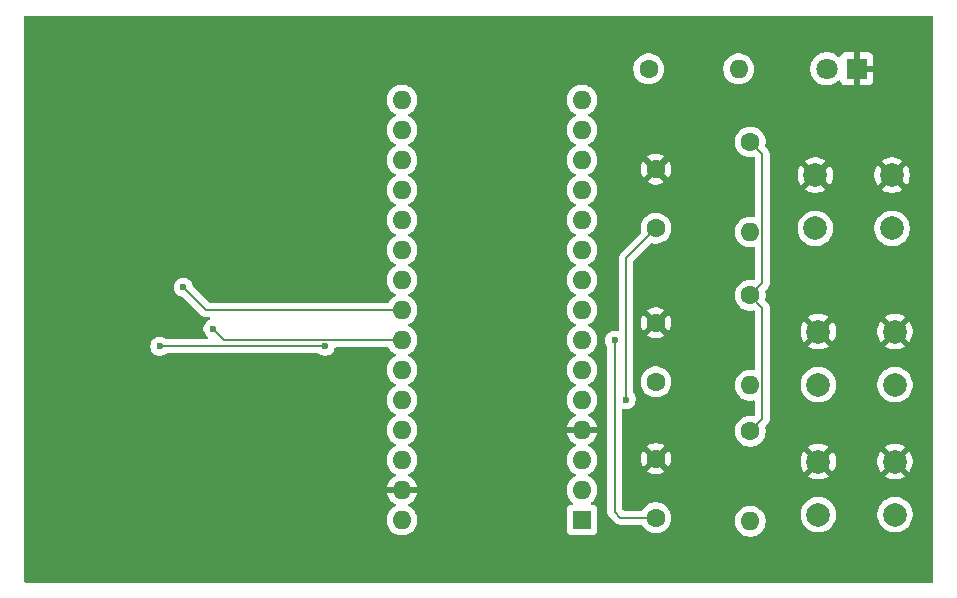
<source format=gbr>
%TF.GenerationSoftware,KiCad,Pcbnew,9.0.1*%
%TF.CreationDate,2025-04-21T23:45:21+05:30*%
%TF.ProjectId,L-1,4c2d312e-6b69-4636-9164-5f7063625858,rev?*%
%TF.SameCoordinates,Original*%
%TF.FileFunction,Copper,L4,Bot*%
%TF.FilePolarity,Positive*%
%FSLAX46Y46*%
G04 Gerber Fmt 4.6, Leading zero omitted, Abs format (unit mm)*
G04 Created by KiCad (PCBNEW 9.0.1) date 2025-04-21 23:45:21*
%MOMM*%
%LPD*%
G01*
G04 APERTURE LIST*
%TA.AperFunction,ComponentPad*%
%ADD10C,1.800000*%
%TD*%
%TA.AperFunction,ComponentPad*%
%ADD11R,1.800000X1.800000*%
%TD*%
%TA.AperFunction,ComponentPad*%
%ADD12C,1.600000*%
%TD*%
%TA.AperFunction,ComponentPad*%
%ADD13C,2.000000*%
%TD*%
%TA.AperFunction,ComponentPad*%
%ADD14O,1.600000X1.600000*%
%TD*%
%TA.AperFunction,ComponentPad*%
%ADD15R,1.600000X1.600000*%
%TD*%
%TA.AperFunction,ViaPad*%
%ADD16C,0.600000*%
%TD*%
%TA.AperFunction,Conductor*%
%ADD17C,0.200000*%
%TD*%
G04 APERTURE END LIST*
D10*
%TO.P,D1,2,A*%
%TO.N,Net-(D1-A)*%
X140460000Y-62000000D03*
D11*
%TO.P,D1,1,K*%
%TO.N,GND*%
X143000000Y-62000000D03*
%TD*%
D12*
%TO.P,C2,2*%
%TO.N,GND*%
X126000000Y-83500000D03*
%TO.P,C2,1*%
%TO.N,Net-(A1-D3)*%
X126000000Y-88500000D03*
%TD*%
D13*
%TO.P,SW3,1,1*%
%TO.N,GND*%
X139750000Y-95250000D03*
X146250000Y-95250000D03*
%TO.P,SW3,2,2*%
%TO.N,Net-(A1-D4)*%
X139750000Y-99750000D03*
X146250000Y-99750000D03*
%TD*%
%TO.P,SW2,1,1*%
%TO.N,GND*%
X139750000Y-84250000D03*
X146250000Y-84250000D03*
%TO.P,SW2,2,2*%
%TO.N,Net-(A1-D3)*%
X139750000Y-88750000D03*
X146250000Y-88750000D03*
%TD*%
%TO.P,SW1,1,1*%
%TO.N,GND*%
X139500000Y-71000000D03*
X146000000Y-71000000D03*
%TO.P,SW1,2,2*%
%TO.N,Net-(A1-D2)*%
X139500000Y-75500000D03*
X146000000Y-75500000D03*
%TD*%
D12*
%TO.P,R4,1*%
%TO.N,Net-(A1-D12)*%
X125380000Y-62000000D03*
D14*
%TO.P,R4,2*%
%TO.N,Net-(D1-A)*%
X133000000Y-62000000D03*
%TD*%
D12*
%TO.P,R3,1*%
%TO.N,+5V*%
X134000000Y-92690000D03*
D14*
%TO.P,R3,2*%
%TO.N,Net-(A1-D4)*%
X134000000Y-100310000D03*
%TD*%
D12*
%TO.P,R2,1*%
%TO.N,+5V*%
X134000000Y-81190000D03*
D14*
%TO.P,R2,2*%
%TO.N,Net-(A1-D3)*%
X134000000Y-88810000D03*
%TD*%
D12*
%TO.P,R1,1*%
%TO.N,+5V*%
X134000000Y-68190000D03*
D14*
%TO.P,R1,2*%
%TO.N,Net-(A1-D2)*%
X134000000Y-75810000D03*
%TD*%
D12*
%TO.P,C3,1*%
%TO.N,Net-(A1-D4)*%
X126000000Y-100000000D03*
%TO.P,C3,2*%
%TO.N,GND*%
X126000000Y-95000000D03*
%TD*%
%TO.P,C1,1*%
%TO.N,Net-(A1-D2)*%
X126000000Y-75500000D03*
%TO.P,C1,2*%
%TO.N,GND*%
X126000000Y-70500000D03*
%TD*%
D15*
%TO.P,A1,1,D1/TX*%
%TO.N,unconnected-(A1-D1{slash}TX-Pad1)*%
X119740000Y-100200000D03*
D14*
%TO.P,A1,2,D0/RX*%
%TO.N,unconnected-(A1-D0{slash}RX-Pad2)*%
X119740000Y-97660000D03*
%TO.P,A1,3,~{RESET}*%
%TO.N,unconnected-(A1-~{RESET}-Pad3)*%
X119740000Y-95120000D03*
%TO.P,A1,4,GND*%
%TO.N,GND*%
X119740000Y-92580000D03*
%TO.P,A1,5,D2*%
%TO.N,Net-(A1-D2)*%
X119740000Y-90040000D03*
%TO.P,A1,6,D3*%
%TO.N,Net-(A1-D3)*%
X119740000Y-87500000D03*
%TO.P,A1,7,D4*%
%TO.N,Net-(A1-D4)*%
X119740000Y-84960000D03*
%TO.P,A1,8,D5*%
%TO.N,unconnected-(A1-D5-Pad8)*%
X119740000Y-82420000D03*
%TO.P,A1,9,D6*%
%TO.N,unconnected-(A1-D6-Pad9)*%
X119740000Y-79880000D03*
%TO.P,A1,10,D7*%
%TO.N,unconnected-(A1-D7-Pad10)*%
X119740000Y-77340000D03*
%TO.P,A1,11,D8*%
%TO.N,unconnected-(A1-D8-Pad11)*%
X119740000Y-74800000D03*
%TO.P,A1,12,D9*%
%TO.N,unconnected-(A1-D9-Pad12)*%
X119740000Y-72260000D03*
%TO.P,A1,13,D10*%
%TO.N,unconnected-(A1-D10-Pad13)*%
X119740000Y-69720000D03*
%TO.P,A1,14,D11*%
%TO.N,unconnected-(A1-D11-Pad14)*%
X119740000Y-67180000D03*
%TO.P,A1,15,D12*%
%TO.N,Net-(A1-D12)*%
X119740000Y-64640000D03*
%TO.P,A1,16,D13*%
%TO.N,unconnected-(A1-D13-Pad16)*%
X104500000Y-64640000D03*
%TO.P,A1,17,3V3*%
%TO.N,unconnected-(A1-3V3-Pad17)*%
X104500000Y-67180000D03*
%TO.P,A1,18,AREF*%
%TO.N,unconnected-(A1-AREF-Pad18)*%
X104500000Y-69720000D03*
%TO.P,A1,19,A0*%
%TO.N,unconnected-(A1-A0-Pad19)*%
X104500000Y-72260000D03*
%TO.P,A1,20,A1*%
%TO.N,unconnected-(A1-A1-Pad20)*%
X104500000Y-74800000D03*
%TO.P,A1,21,A2*%
%TO.N,unconnected-(A1-A2-Pad21)*%
X104500000Y-77340000D03*
%TO.P,A1,22,A3*%
%TO.N,unconnected-(A1-A3-Pad22)*%
X104500000Y-79880000D03*
%TO.P,A1,23,A4*%
%TO.N,Net-(A1-A4)*%
X104500000Y-82420000D03*
%TO.P,A1,24,A5*%
%TO.N,Net-(A1-A5)*%
X104500000Y-84960000D03*
%TO.P,A1,25,A6*%
%TO.N,unconnected-(A1-A6-Pad25)*%
X104500000Y-87500000D03*
%TO.P,A1,26,A7*%
%TO.N,unconnected-(A1-A7-Pad26)*%
X104500000Y-90040000D03*
%TO.P,A1,27,+5V*%
%TO.N,+5V*%
X104500000Y-92580000D03*
%TO.P,A1,28,~{RESET}*%
%TO.N,unconnected-(A1-~{RESET}-Pad28)*%
X104500000Y-95120000D03*
%TO.P,A1,29,GND*%
%TO.N,GND*%
X104500000Y-97660000D03*
%TO.P,A1,30,VIN*%
%TO.N,unconnected-(A1-VIN-Pad30)*%
X104500000Y-100200000D03*
%TD*%
D16*
%TO.N,+5V*%
X98000000Y-85500000D03*
X84000000Y-85500000D03*
%TO.N,Net-(A1-A5)*%
X88500000Y-84000000D03*
%TO.N,Net-(A1-A4)*%
X86000000Y-80500000D03*
%TO.N,Net-(A1-D4)*%
X122500000Y-85000000D03*
%TO.N,Net-(A1-D2)*%
X126000000Y-75500000D03*
X123500000Y-90000000D03*
%TD*%
D17*
%TO.N,+5V*%
X84000000Y-85500000D02*
X98000000Y-85500000D01*
%TO.N,Net-(A1-A5)*%
X89460000Y-84960000D02*
X104500000Y-84960000D01*
X88500000Y-84000000D02*
X89460000Y-84960000D01*
%TO.N,Net-(A1-A4)*%
X86000000Y-80500000D02*
X87920000Y-82420000D01*
X87920000Y-82420000D02*
X104500000Y-82420000D01*
%TO.N,Net-(A1-D4)*%
X122500000Y-99500000D02*
X123000000Y-100000000D01*
X123000000Y-100000000D02*
X126000000Y-100000000D01*
X122500000Y-85000000D02*
X122500000Y-99500000D01*
%TO.N,+5V*%
X135028000Y-82218000D02*
X134000000Y-81190000D01*
X134000000Y-92690000D02*
X135028000Y-91662000D01*
X135028000Y-91662000D02*
X135028000Y-82218000D01*
X135028000Y-69218000D02*
X134000000Y-68190000D01*
X135028000Y-80162000D02*
X135028000Y-69218000D01*
X134000000Y-81190000D02*
X135028000Y-80162000D01*
%TO.N,Net-(A1-D2)*%
X123500000Y-78000000D02*
X126000000Y-75500000D01*
X123500000Y-90000000D02*
X123500000Y-78000000D01*
%TD*%
%TA.AperFunction,Conductor*%
%TO.N,GND*%
G36*
X149442539Y-57520185D02*
G01*
X149488294Y-57572989D01*
X149499500Y-57624500D01*
X149499500Y-105375500D01*
X149479815Y-105442539D01*
X149427011Y-105488294D01*
X149375500Y-105499500D01*
X72624500Y-105499500D01*
X72557461Y-105479815D01*
X72511706Y-105427011D01*
X72500500Y-105375500D01*
X72500500Y-85421153D01*
X83199500Y-85421153D01*
X83199500Y-85578846D01*
X83230261Y-85733489D01*
X83230264Y-85733501D01*
X83290602Y-85879172D01*
X83290609Y-85879185D01*
X83378210Y-86010288D01*
X83378213Y-86010292D01*
X83489707Y-86121786D01*
X83489711Y-86121789D01*
X83620814Y-86209390D01*
X83620827Y-86209397D01*
X83766498Y-86269735D01*
X83766503Y-86269737D01*
X83880995Y-86292511D01*
X83921153Y-86300499D01*
X83921156Y-86300500D01*
X83921158Y-86300500D01*
X84078844Y-86300500D01*
X84078845Y-86300499D01*
X84233497Y-86269737D01*
X84379179Y-86209394D01*
X84455265Y-86158555D01*
X84510875Y-86121398D01*
X84577553Y-86100520D01*
X84579766Y-86100500D01*
X97420234Y-86100500D01*
X97487273Y-86120185D01*
X97489125Y-86121398D01*
X97620814Y-86209390D01*
X97620827Y-86209397D01*
X97766498Y-86269735D01*
X97766503Y-86269737D01*
X97880995Y-86292511D01*
X97921153Y-86300499D01*
X97921156Y-86300500D01*
X97921158Y-86300500D01*
X98078844Y-86300500D01*
X98078845Y-86300499D01*
X98233497Y-86269737D01*
X98379179Y-86209394D01*
X98510289Y-86121789D01*
X98621789Y-86010289D01*
X98709394Y-85879179D01*
X98769737Y-85733497D01*
X98773801Y-85713065D01*
X98784296Y-85660308D01*
X98816681Y-85598397D01*
X98877397Y-85563823D01*
X98905913Y-85560500D01*
X103270398Y-85560500D01*
X103337437Y-85580185D01*
X103380883Y-85628205D01*
X103387715Y-85641614D01*
X103508028Y-85807213D01*
X103652786Y-85951971D01*
X103807749Y-86064556D01*
X103818390Y-86072287D01*
X103909840Y-86118883D01*
X103911080Y-86119515D01*
X103961876Y-86167490D01*
X103978671Y-86235311D01*
X103956134Y-86301446D01*
X103911080Y-86340485D01*
X103818386Y-86387715D01*
X103652786Y-86508028D01*
X103508028Y-86652786D01*
X103387715Y-86818386D01*
X103294781Y-87000776D01*
X103231522Y-87195465D01*
X103199500Y-87397648D01*
X103199500Y-87602351D01*
X103231522Y-87804534D01*
X103294781Y-87999223D01*
X103387715Y-88181613D01*
X103508028Y-88347213D01*
X103652786Y-88491971D01*
X103807749Y-88604556D01*
X103818390Y-88612287D01*
X103909840Y-88658883D01*
X103911080Y-88659515D01*
X103961876Y-88707490D01*
X103978671Y-88775311D01*
X103956134Y-88841446D01*
X103911080Y-88880485D01*
X103818386Y-88927715D01*
X103652786Y-89048028D01*
X103508028Y-89192786D01*
X103387715Y-89358386D01*
X103294783Y-89540774D01*
X103294782Y-89540777D01*
X103294780Y-89540781D01*
X103272398Y-89609665D01*
X103231522Y-89735465D01*
X103199500Y-89937648D01*
X103199500Y-90142351D01*
X103231522Y-90344534D01*
X103294781Y-90539223D01*
X103358691Y-90664653D01*
X103381490Y-90709397D01*
X103387715Y-90721613D01*
X103508028Y-90887213D01*
X103652786Y-91031971D01*
X103807749Y-91144556D01*
X103818390Y-91152287D01*
X103909840Y-91198883D01*
X103911080Y-91199515D01*
X103961876Y-91247490D01*
X103978671Y-91315311D01*
X103956134Y-91381446D01*
X103911080Y-91420485D01*
X103818386Y-91467715D01*
X103652786Y-91588028D01*
X103508028Y-91732786D01*
X103387715Y-91898386D01*
X103294781Y-92080776D01*
X103231522Y-92275465D01*
X103199500Y-92477648D01*
X103199500Y-92682351D01*
X103231522Y-92884534D01*
X103294781Y-93079223D01*
X103387715Y-93261613D01*
X103508028Y-93427213D01*
X103652786Y-93571971D01*
X103804184Y-93681966D01*
X103818390Y-93692287D01*
X103896349Y-93732009D01*
X103911080Y-93739515D01*
X103961876Y-93787490D01*
X103978671Y-93855311D01*
X103956134Y-93921446D01*
X103911080Y-93960485D01*
X103818386Y-94007715D01*
X103652786Y-94128028D01*
X103508028Y-94272786D01*
X103387715Y-94438386D01*
X103294781Y-94620776D01*
X103231522Y-94815465D01*
X103199500Y-95017648D01*
X103199500Y-95222351D01*
X103231522Y-95424534D01*
X103294781Y-95619223D01*
X103387715Y-95801613D01*
X103508028Y-95967213D01*
X103652786Y-96111971D01*
X103780495Y-96204755D01*
X103818390Y-96232287D01*
X103888461Y-96267990D01*
X103911629Y-96279795D01*
X103962425Y-96327770D01*
X103979220Y-96395591D01*
X103956682Y-96461726D01*
X103911629Y-96500765D01*
X103818650Y-96548140D01*
X103653105Y-96668417D01*
X103653104Y-96668417D01*
X103508417Y-96813104D01*
X103508417Y-96813105D01*
X103388140Y-96978650D01*
X103295244Y-97160970D01*
X103232009Y-97355586D01*
X103223391Y-97410000D01*
X104066988Y-97410000D01*
X104034075Y-97467007D01*
X104000000Y-97594174D01*
X104000000Y-97725826D01*
X104034075Y-97852993D01*
X104066988Y-97910000D01*
X103223391Y-97910000D01*
X103232009Y-97964413D01*
X103295244Y-98159029D01*
X103388140Y-98341349D01*
X103508417Y-98506894D01*
X103508417Y-98506895D01*
X103653104Y-98651582D01*
X103818652Y-98771861D01*
X103911628Y-98819234D01*
X103962425Y-98867208D01*
X103979220Y-98935029D01*
X103956683Y-99001164D01*
X103911630Y-99040203D01*
X103818388Y-99087713D01*
X103652786Y-99208028D01*
X103508028Y-99352786D01*
X103387715Y-99518386D01*
X103294781Y-99700776D01*
X103231522Y-99895465D01*
X103199500Y-100097648D01*
X103199500Y-100302351D01*
X103231522Y-100504534D01*
X103294781Y-100699223D01*
X103387715Y-100881613D01*
X103508028Y-101047213D01*
X103652786Y-101191971D01*
X103758090Y-101268477D01*
X103818390Y-101312287D01*
X103907212Y-101357544D01*
X104000776Y-101405218D01*
X104000778Y-101405218D01*
X104000781Y-101405220D01*
X104053299Y-101422284D01*
X104195465Y-101468477D01*
X104296557Y-101484488D01*
X104397648Y-101500500D01*
X104397649Y-101500500D01*
X104602351Y-101500500D01*
X104602352Y-101500500D01*
X104804534Y-101468477D01*
X104999219Y-101405220D01*
X105181610Y-101312287D01*
X105317507Y-101213553D01*
X105347213Y-101191971D01*
X105347215Y-101191968D01*
X105347219Y-101191966D01*
X105491966Y-101047219D01*
X105491968Y-101047215D01*
X105491971Y-101047213D01*
X105544732Y-100974590D01*
X105612287Y-100881610D01*
X105705220Y-100699219D01*
X105768477Y-100504534D01*
X105800500Y-100302352D01*
X105800500Y-100097648D01*
X105781949Y-99980521D01*
X105768477Y-99895465D01*
X105705218Y-99700776D01*
X105643198Y-99579057D01*
X105612287Y-99518390D01*
X105571885Y-99462781D01*
X105491971Y-99352786D01*
X105347213Y-99208028D01*
X105181611Y-99087713D01*
X105088369Y-99040203D01*
X105037574Y-98992229D01*
X105020779Y-98924407D01*
X105043317Y-98858273D01*
X105088371Y-98819234D01*
X105181347Y-98771861D01*
X105346894Y-98651582D01*
X105346895Y-98651582D01*
X105491582Y-98506895D01*
X105491582Y-98506894D01*
X105611859Y-98341349D01*
X105704755Y-98159029D01*
X105767990Y-97964413D01*
X105776609Y-97910000D01*
X104933012Y-97910000D01*
X104965925Y-97852993D01*
X105000000Y-97725826D01*
X105000000Y-97594174D01*
X104965925Y-97467007D01*
X104933012Y-97410000D01*
X105776609Y-97410000D01*
X105767990Y-97355586D01*
X105704755Y-97160970D01*
X105611859Y-96978650D01*
X105491582Y-96813105D01*
X105491582Y-96813104D01*
X105346895Y-96668417D01*
X105181349Y-96548140D01*
X105088370Y-96500765D01*
X105037574Y-96452790D01*
X105020779Y-96384969D01*
X105043316Y-96318835D01*
X105088370Y-96279795D01*
X105088920Y-96279515D01*
X105181610Y-96232287D01*
X105219505Y-96204755D01*
X105347213Y-96111971D01*
X105347215Y-96111968D01*
X105347219Y-96111966D01*
X105491966Y-95967219D01*
X105491968Y-95967215D01*
X105491971Y-95967213D01*
X105544732Y-95894590D01*
X105612287Y-95801610D01*
X105705220Y-95619219D01*
X105768477Y-95424534D01*
X105800500Y-95222352D01*
X105800500Y-95017648D01*
X105783813Y-94912292D01*
X105768477Y-94815465D01*
X105713559Y-94646446D01*
X105705220Y-94620781D01*
X105705218Y-94620778D01*
X105705218Y-94620776D01*
X105625248Y-94463828D01*
X105612287Y-94438390D01*
X105570514Y-94380894D01*
X105491971Y-94272786D01*
X105347213Y-94128028D01*
X105181614Y-94007715D01*
X105175006Y-94004348D01*
X105088917Y-93960483D01*
X105038123Y-93912511D01*
X105021328Y-93844690D01*
X105043865Y-93778555D01*
X105088917Y-93739516D01*
X105181610Y-93692287D01*
X105202770Y-93676913D01*
X105347213Y-93571971D01*
X105347215Y-93571968D01*
X105347219Y-93571966D01*
X105491966Y-93427219D01*
X105491968Y-93427215D01*
X105491971Y-93427213D01*
X105544732Y-93354590D01*
X105612287Y-93261610D01*
X105705220Y-93079219D01*
X105768477Y-92884534D01*
X105800500Y-92682352D01*
X105800500Y-92477648D01*
X105783633Y-92371156D01*
X105768477Y-92275465D01*
X105705218Y-92080776D01*
X105612419Y-91898650D01*
X105612287Y-91898390D01*
X105571885Y-91842781D01*
X105491971Y-91732786D01*
X105347213Y-91588028D01*
X105181614Y-91467715D01*
X105146165Y-91449653D01*
X105088917Y-91420483D01*
X105038123Y-91372511D01*
X105021328Y-91304690D01*
X105043865Y-91238555D01*
X105088917Y-91199516D01*
X105181610Y-91152287D01*
X105202770Y-91136913D01*
X105347213Y-91031971D01*
X105347215Y-91031968D01*
X105347219Y-91031966D01*
X105491966Y-90887219D01*
X105491968Y-90887215D01*
X105491971Y-90887213D01*
X105544732Y-90814590D01*
X105612287Y-90721610D01*
X105705220Y-90539219D01*
X105768477Y-90344534D01*
X105800500Y-90142352D01*
X105800500Y-89937648D01*
X105768477Y-89735466D01*
X105765892Y-89727511D01*
X105743051Y-89657213D01*
X105705220Y-89540781D01*
X105705217Y-89540777D01*
X105705217Y-89540774D01*
X105668351Y-89468422D01*
X105612287Y-89358390D01*
X105588749Y-89325992D01*
X105491971Y-89192786D01*
X105347213Y-89048028D01*
X105181614Y-88927715D01*
X105151460Y-88912351D01*
X105088917Y-88880483D01*
X105038123Y-88832511D01*
X105021328Y-88764690D01*
X105043865Y-88698555D01*
X105088917Y-88659516D01*
X105181610Y-88612287D01*
X105328638Y-88505466D01*
X105347213Y-88491971D01*
X105347215Y-88491968D01*
X105347219Y-88491966D01*
X105491966Y-88347219D01*
X105491968Y-88347215D01*
X105491971Y-88347213D01*
X105544732Y-88274590D01*
X105612287Y-88181610D01*
X105705220Y-87999219D01*
X105768477Y-87804534D01*
X105800500Y-87602352D01*
X105800500Y-87397648D01*
X105768477Y-87195466D01*
X105705220Y-87000781D01*
X105705218Y-87000778D01*
X105705218Y-87000776D01*
X105671503Y-86934607D01*
X105612287Y-86818390D01*
X105604556Y-86807749D01*
X105491971Y-86652786D01*
X105347213Y-86508028D01*
X105181614Y-86387715D01*
X105175006Y-86384348D01*
X105088917Y-86340483D01*
X105038123Y-86292511D01*
X105021328Y-86224690D01*
X105043865Y-86158555D01*
X105088917Y-86119516D01*
X105181610Y-86072287D01*
X105202770Y-86056913D01*
X105347213Y-85951971D01*
X105347215Y-85951968D01*
X105347219Y-85951966D01*
X105491966Y-85807219D01*
X105491968Y-85807215D01*
X105491971Y-85807213D01*
X105598702Y-85660308D01*
X105612287Y-85641610D01*
X105705220Y-85459219D01*
X105768477Y-85264534D01*
X105800500Y-85062352D01*
X105800500Y-84857648D01*
X105795456Y-84825802D01*
X105768477Y-84655465D01*
X105714620Y-84489711D01*
X105705220Y-84460781D01*
X105705218Y-84460778D01*
X105705218Y-84460776D01*
X105657972Y-84368052D01*
X105612287Y-84278390D01*
X105604556Y-84267749D01*
X105491971Y-84112786D01*
X105347213Y-83968028D01*
X105181614Y-83847715D01*
X105107378Y-83809890D01*
X105088917Y-83800483D01*
X105038123Y-83752511D01*
X105021328Y-83684690D01*
X105043865Y-83618555D01*
X105088917Y-83579516D01*
X105181610Y-83532287D01*
X105226051Y-83499999D01*
X105347213Y-83411971D01*
X105347215Y-83411968D01*
X105347219Y-83411966D01*
X105491966Y-83267219D01*
X105491968Y-83267215D01*
X105491971Y-83267213D01*
X105555392Y-83179920D01*
X105612287Y-83101610D01*
X105705220Y-82919219D01*
X105768477Y-82724534D01*
X105800500Y-82522352D01*
X105800500Y-82317648D01*
X105797239Y-82297058D01*
X105768477Y-82115465D01*
X105705218Y-81920776D01*
X105668789Y-81849282D01*
X105612287Y-81738390D01*
X105604556Y-81727749D01*
X105491971Y-81572786D01*
X105347213Y-81428028D01*
X105181614Y-81307715D01*
X105175006Y-81304348D01*
X105088917Y-81260483D01*
X105038123Y-81212511D01*
X105021328Y-81144690D01*
X105043865Y-81078555D01*
X105088917Y-81039516D01*
X105181610Y-80992287D01*
X105328638Y-80885466D01*
X105347213Y-80871971D01*
X105347215Y-80871968D01*
X105347219Y-80871966D01*
X105491966Y-80727219D01*
X105491968Y-80727215D01*
X105491971Y-80727213D01*
X105599767Y-80578842D01*
X105612287Y-80561610D01*
X105705220Y-80379219D01*
X105768477Y-80184534D01*
X105800500Y-79982352D01*
X105800500Y-79777648D01*
X105768477Y-79575466D01*
X105705220Y-79380781D01*
X105705218Y-79380778D01*
X105705218Y-79380776D01*
X105671503Y-79314607D01*
X105612287Y-79198390D01*
X105604556Y-79187749D01*
X105491971Y-79032786D01*
X105347213Y-78888028D01*
X105181614Y-78767715D01*
X105175006Y-78764348D01*
X105088917Y-78720483D01*
X105038123Y-78672511D01*
X105021328Y-78604690D01*
X105043865Y-78538555D01*
X105088917Y-78499516D01*
X105181610Y-78452287D01*
X105202770Y-78436913D01*
X105347213Y-78331971D01*
X105347215Y-78331968D01*
X105347219Y-78331966D01*
X105491966Y-78187219D01*
X105491968Y-78187215D01*
X105491971Y-78187213D01*
X105570547Y-78079060D01*
X105612287Y-78021610D01*
X105705220Y-77839219D01*
X105768477Y-77644534D01*
X105800500Y-77442352D01*
X105800500Y-77237648D01*
X105784347Y-77135664D01*
X105768477Y-77035465D01*
X105705218Y-76840776D01*
X105666009Y-76763826D01*
X105612287Y-76658390D01*
X105602206Y-76644514D01*
X105491971Y-76492786D01*
X105347213Y-76348028D01*
X105181614Y-76227715D01*
X105175006Y-76224348D01*
X105088917Y-76180483D01*
X105038123Y-76132511D01*
X105021328Y-76064690D01*
X105043865Y-75998555D01*
X105088917Y-75959516D01*
X105181610Y-75912287D01*
X105214089Y-75888690D01*
X105347213Y-75791971D01*
X105347215Y-75791968D01*
X105347219Y-75791966D01*
X105491966Y-75647219D01*
X105491968Y-75647215D01*
X105491971Y-75647213D01*
X105544732Y-75574590D01*
X105612287Y-75481610D01*
X105705220Y-75299219D01*
X105768477Y-75104534D01*
X105800500Y-74902352D01*
X105800500Y-74697648D01*
X105768477Y-74495466D01*
X105764378Y-74482852D01*
X105705218Y-74300776D01*
X105669931Y-74231522D01*
X105612287Y-74118390D01*
X105604556Y-74107749D01*
X105491971Y-73952786D01*
X105347213Y-73808028D01*
X105181614Y-73687715D01*
X105175006Y-73684348D01*
X105088917Y-73640483D01*
X105038123Y-73592511D01*
X105021328Y-73524690D01*
X105043865Y-73458555D01*
X105088917Y-73419516D01*
X105181610Y-73372287D01*
X105202770Y-73356913D01*
X105347213Y-73251971D01*
X105347215Y-73251968D01*
X105347219Y-73251966D01*
X105491966Y-73107219D01*
X105491968Y-73107215D01*
X105491971Y-73107213D01*
X105544732Y-73034590D01*
X105612287Y-72941610D01*
X105705220Y-72759219D01*
X105768477Y-72564534D01*
X105800500Y-72362352D01*
X105800500Y-72157648D01*
X105768477Y-71955466D01*
X105705220Y-71760781D01*
X105705218Y-71760778D01*
X105705218Y-71760776D01*
X105617442Y-71588508D01*
X105612287Y-71578390D01*
X105564429Y-71512518D01*
X105491971Y-71412786D01*
X105347213Y-71268028D01*
X105181614Y-71147715D01*
X105123397Y-71118052D01*
X105088917Y-71100483D01*
X105038123Y-71052511D01*
X105021328Y-70984690D01*
X105043865Y-70918555D01*
X105088917Y-70879516D01*
X105181610Y-70832287D01*
X105242968Y-70787708D01*
X105347213Y-70711971D01*
X105347215Y-70711968D01*
X105347219Y-70711966D01*
X105491966Y-70567219D01*
X105491968Y-70567215D01*
X105491971Y-70567213D01*
X105579063Y-70447339D01*
X105612287Y-70401610D01*
X105705220Y-70219219D01*
X105768477Y-70024534D01*
X105800500Y-69822352D01*
X105800500Y-69617648D01*
X105781866Y-69500000D01*
X105768477Y-69415465D01*
X105733254Y-69307060D01*
X105705220Y-69220781D01*
X105705218Y-69220778D01*
X105705218Y-69220776D01*
X105663521Y-69138943D01*
X105612287Y-69038390D01*
X105574381Y-68986216D01*
X105491971Y-68872786D01*
X105347213Y-68728028D01*
X105181614Y-68607715D01*
X105175006Y-68604348D01*
X105088917Y-68560483D01*
X105038123Y-68512511D01*
X105021328Y-68444690D01*
X105043865Y-68378555D01*
X105088917Y-68339516D01*
X105181610Y-68292287D01*
X105202770Y-68276913D01*
X105347213Y-68171971D01*
X105347215Y-68171968D01*
X105347219Y-68171966D01*
X105491966Y-68027219D01*
X105491968Y-68027215D01*
X105491971Y-68027213D01*
X105544732Y-67954590D01*
X105612287Y-67861610D01*
X105705220Y-67679219D01*
X105768477Y-67484534D01*
X105800500Y-67282352D01*
X105800500Y-67077648D01*
X105768477Y-66875466D01*
X105705220Y-66680781D01*
X105705218Y-66680778D01*
X105705218Y-66680776D01*
X105671503Y-66614607D01*
X105612287Y-66498390D01*
X105604556Y-66487749D01*
X105491971Y-66332786D01*
X105347213Y-66188028D01*
X105181614Y-66067715D01*
X105175006Y-66064348D01*
X105088917Y-66020483D01*
X105038123Y-65972511D01*
X105021328Y-65904690D01*
X105043865Y-65838555D01*
X105088917Y-65799516D01*
X105181610Y-65752287D01*
X105202770Y-65736913D01*
X105347213Y-65631971D01*
X105347215Y-65631968D01*
X105347219Y-65631966D01*
X105491966Y-65487219D01*
X105491968Y-65487215D01*
X105491971Y-65487213D01*
X105544732Y-65414590D01*
X105612287Y-65321610D01*
X105705220Y-65139219D01*
X105768477Y-64944534D01*
X105800500Y-64742352D01*
X105800500Y-64537648D01*
X118439500Y-64537648D01*
X118439500Y-64742351D01*
X118471522Y-64944534D01*
X118534781Y-65139223D01*
X118627715Y-65321613D01*
X118748028Y-65487213D01*
X118892786Y-65631971D01*
X119047749Y-65744556D01*
X119058390Y-65752287D01*
X119149840Y-65798883D01*
X119151080Y-65799515D01*
X119201876Y-65847490D01*
X119218671Y-65915311D01*
X119196134Y-65981446D01*
X119151080Y-66020485D01*
X119058386Y-66067715D01*
X118892786Y-66188028D01*
X118748028Y-66332786D01*
X118627715Y-66498386D01*
X118534781Y-66680776D01*
X118471522Y-66875465D01*
X118439500Y-67077648D01*
X118439500Y-67282351D01*
X118471522Y-67484534D01*
X118534781Y-67679223D01*
X118627715Y-67861613D01*
X118748028Y-68027213D01*
X118892786Y-68171971D01*
X119047749Y-68284556D01*
X119058390Y-68292287D01*
X119149840Y-68338883D01*
X119151080Y-68339515D01*
X119201876Y-68387490D01*
X119218671Y-68455311D01*
X119196134Y-68521446D01*
X119151080Y-68560485D01*
X119058386Y-68607715D01*
X118892786Y-68728028D01*
X118748028Y-68872786D01*
X118627715Y-69038386D01*
X118534781Y-69220776D01*
X118471522Y-69415465D01*
X118439500Y-69617648D01*
X118439500Y-69822351D01*
X118471522Y-70024534D01*
X118534781Y-70219223D01*
X118594548Y-70336520D01*
X118599177Y-70345606D01*
X118627715Y-70401613D01*
X118748028Y-70567213D01*
X118892786Y-70711971D01*
X119020030Y-70804417D01*
X119058390Y-70832287D01*
X119149840Y-70878883D01*
X119151080Y-70879515D01*
X119201876Y-70927490D01*
X119218671Y-70995311D01*
X119196134Y-71061446D01*
X119151080Y-71100485D01*
X119058386Y-71147715D01*
X118892786Y-71268028D01*
X118748028Y-71412786D01*
X118627715Y-71578386D01*
X118534781Y-71760776D01*
X118471522Y-71955465D01*
X118439500Y-72157648D01*
X118439500Y-72362351D01*
X118471522Y-72564534D01*
X118534781Y-72759223D01*
X118627715Y-72941613D01*
X118748028Y-73107213D01*
X118892786Y-73251971D01*
X119047749Y-73364556D01*
X119058390Y-73372287D01*
X119149840Y-73418883D01*
X119151080Y-73419515D01*
X119201876Y-73467490D01*
X119218671Y-73535311D01*
X119196134Y-73601446D01*
X119151080Y-73640485D01*
X119058386Y-73687715D01*
X118892786Y-73808028D01*
X118748028Y-73952786D01*
X118627715Y-74118386D01*
X118534781Y-74300776D01*
X118471522Y-74495465D01*
X118439500Y-74697648D01*
X118439500Y-74902351D01*
X118471522Y-75104534D01*
X118534781Y-75299223D01*
X118627715Y-75481613D01*
X118748028Y-75647213D01*
X118892786Y-75791971D01*
X119025911Y-75888690D01*
X119058390Y-75912287D01*
X119122283Y-75944842D01*
X119151080Y-75959515D01*
X119201876Y-76007490D01*
X119218671Y-76075311D01*
X119196134Y-76141446D01*
X119151080Y-76180485D01*
X119058386Y-76227715D01*
X118892786Y-76348028D01*
X118748028Y-76492786D01*
X118627715Y-76658386D01*
X118534781Y-76840776D01*
X118471522Y-77035465D01*
X118439500Y-77237648D01*
X118439500Y-77442351D01*
X118471522Y-77644534D01*
X118534781Y-77839223D01*
X118627715Y-78021613D01*
X118748028Y-78187213D01*
X118892786Y-78331971D01*
X119047749Y-78444556D01*
X119058390Y-78452287D01*
X119149840Y-78498883D01*
X119151080Y-78499515D01*
X119201876Y-78547490D01*
X119218671Y-78615311D01*
X119196134Y-78681446D01*
X119151080Y-78720485D01*
X119058386Y-78767715D01*
X118892786Y-78888028D01*
X118748028Y-79032786D01*
X118627715Y-79198386D01*
X118534781Y-79380776D01*
X118471522Y-79575465D01*
X118439500Y-79777648D01*
X118439500Y-79982351D01*
X118471522Y-80184534D01*
X118534781Y-80379223D01*
X118627715Y-80561613D01*
X118748028Y-80727213D01*
X118892786Y-80871971D01*
X119047749Y-80984556D01*
X119058390Y-80992287D01*
X119149840Y-81038883D01*
X119151080Y-81039515D01*
X119201876Y-81087490D01*
X119218671Y-81155311D01*
X119196134Y-81221446D01*
X119151080Y-81260485D01*
X119058386Y-81307715D01*
X118892786Y-81428028D01*
X118748028Y-81572786D01*
X118627715Y-81738386D01*
X118534781Y-81920776D01*
X118471522Y-82115465D01*
X118439500Y-82317648D01*
X118439500Y-82522351D01*
X118471522Y-82724534D01*
X118534781Y-82919223D01*
X118576433Y-83000968D01*
X118623320Y-83092989D01*
X118627715Y-83101613D01*
X118748028Y-83267213D01*
X118892786Y-83411971D01*
X119047749Y-83524556D01*
X119058390Y-83532287D01*
X119149840Y-83578883D01*
X119151080Y-83579515D01*
X119201876Y-83627490D01*
X119218671Y-83695311D01*
X119196134Y-83761446D01*
X119151080Y-83800485D01*
X119058386Y-83847715D01*
X118892786Y-83968028D01*
X118748028Y-84112786D01*
X118627715Y-84278386D01*
X118534781Y-84460776D01*
X118471522Y-84655465D01*
X118439500Y-84857648D01*
X118439500Y-85062351D01*
X118471522Y-85264534D01*
X118534781Y-85459223D01*
X118627715Y-85641613D01*
X118748028Y-85807213D01*
X118892786Y-85951971D01*
X119047749Y-86064556D01*
X119058390Y-86072287D01*
X119149840Y-86118883D01*
X119151080Y-86119515D01*
X119201876Y-86167490D01*
X119218671Y-86235311D01*
X119196134Y-86301446D01*
X119151080Y-86340485D01*
X119058386Y-86387715D01*
X118892786Y-86508028D01*
X118748028Y-86652786D01*
X118627715Y-86818386D01*
X118534781Y-87000776D01*
X118471522Y-87195465D01*
X118439500Y-87397648D01*
X118439500Y-87602351D01*
X118471522Y-87804534D01*
X118534781Y-87999223D01*
X118627715Y-88181613D01*
X118748028Y-88347213D01*
X118892786Y-88491971D01*
X119047749Y-88604556D01*
X119058390Y-88612287D01*
X119149840Y-88658883D01*
X119151080Y-88659515D01*
X119201876Y-88707490D01*
X119218671Y-88775311D01*
X119196134Y-88841446D01*
X119151080Y-88880485D01*
X119058386Y-88927715D01*
X118892786Y-89048028D01*
X118748028Y-89192786D01*
X118627715Y-89358386D01*
X118534783Y-89540774D01*
X118534782Y-89540777D01*
X118534780Y-89540781D01*
X118512398Y-89609665D01*
X118471522Y-89735465D01*
X118439500Y-89937648D01*
X118439500Y-90142351D01*
X118471522Y-90344534D01*
X118534781Y-90539223D01*
X118598691Y-90664653D01*
X118621490Y-90709397D01*
X118627715Y-90721613D01*
X118748028Y-90887213D01*
X118892786Y-91031971D01*
X119047749Y-91144556D01*
X119058390Y-91152287D01*
X119130424Y-91188990D01*
X119151629Y-91199795D01*
X119202425Y-91247770D01*
X119219220Y-91315591D01*
X119196682Y-91381726D01*
X119151629Y-91420765D01*
X119058650Y-91468140D01*
X118893105Y-91588417D01*
X118893104Y-91588417D01*
X118748417Y-91733104D01*
X118748417Y-91733105D01*
X118628140Y-91898650D01*
X118535244Y-92080970D01*
X118472009Y-92275586D01*
X118463391Y-92330000D01*
X119306988Y-92330000D01*
X119274075Y-92387007D01*
X119240000Y-92514174D01*
X119240000Y-92645826D01*
X119274075Y-92772993D01*
X119306988Y-92830000D01*
X118463391Y-92830000D01*
X118472009Y-92884413D01*
X118535244Y-93079029D01*
X118628140Y-93261349D01*
X118748417Y-93426894D01*
X118748417Y-93426895D01*
X118893104Y-93571582D01*
X119058652Y-93691861D01*
X119151628Y-93739234D01*
X119202425Y-93787208D01*
X119219220Y-93855029D01*
X119196683Y-93921164D01*
X119151630Y-93960203D01*
X119058388Y-94007713D01*
X118892786Y-94128028D01*
X118748028Y-94272786D01*
X118627715Y-94438386D01*
X118534781Y-94620776D01*
X118471522Y-94815465D01*
X118439500Y-95017648D01*
X118439500Y-95222351D01*
X118471522Y-95424534D01*
X118534781Y-95619223D01*
X118627715Y-95801613D01*
X118748028Y-95967213D01*
X118892786Y-96111971D01*
X119020495Y-96204755D01*
X119058390Y-96232287D01*
X119128461Y-96267990D01*
X119151080Y-96279515D01*
X119201876Y-96327490D01*
X119218671Y-96395311D01*
X119196134Y-96461446D01*
X119151080Y-96500485D01*
X119058386Y-96547715D01*
X118892786Y-96668028D01*
X118748028Y-96812786D01*
X118627715Y-96978386D01*
X118534781Y-97160776D01*
X118471522Y-97355465D01*
X118439500Y-97557648D01*
X118439500Y-97762351D01*
X118471522Y-97964534D01*
X118534781Y-98159223D01*
X118598691Y-98284653D01*
X118599605Y-98286446D01*
X118627715Y-98341613D01*
X118748028Y-98507213D01*
X118892784Y-98651969D01*
X118929068Y-98678330D01*
X118971735Y-98733659D01*
X118977715Y-98803273D01*
X118945109Y-98865068D01*
X118884271Y-98899426D01*
X118869440Y-98901938D01*
X118832519Y-98905907D01*
X118697671Y-98956202D01*
X118697664Y-98956206D01*
X118582455Y-99042452D01*
X118582452Y-99042455D01*
X118496206Y-99157664D01*
X118496202Y-99157671D01*
X118445908Y-99292517D01*
X118443127Y-99318390D01*
X118439501Y-99352123D01*
X118439500Y-99352135D01*
X118439500Y-101047870D01*
X118439501Y-101047876D01*
X118445908Y-101107483D01*
X118496202Y-101242328D01*
X118496206Y-101242335D01*
X118582452Y-101357544D01*
X118582455Y-101357547D01*
X118697664Y-101443793D01*
X118697671Y-101443797D01*
X118832517Y-101494091D01*
X118832516Y-101494091D01*
X118839444Y-101494835D01*
X118892127Y-101500500D01*
X120587872Y-101500499D01*
X120647483Y-101494091D01*
X120782331Y-101443796D01*
X120897546Y-101357546D01*
X120983796Y-101242331D01*
X121034091Y-101107483D01*
X121040500Y-101047873D01*
X121040499Y-99352128D01*
X121034091Y-99292517D01*
X120998731Y-99197713D01*
X120983797Y-99157671D01*
X120983793Y-99157664D01*
X120897547Y-99042455D01*
X120897544Y-99042452D01*
X120782335Y-98956206D01*
X120782328Y-98956202D01*
X120647482Y-98905908D01*
X120647483Y-98905908D01*
X120610560Y-98901939D01*
X120546009Y-98875201D01*
X120506160Y-98817809D01*
X120503667Y-98747984D01*
X120539319Y-98687895D01*
X120550930Y-98678331D01*
X120587219Y-98651966D01*
X120731966Y-98507219D01*
X120731968Y-98507215D01*
X120731971Y-98507213D01*
X120784732Y-98434590D01*
X120852287Y-98341610D01*
X120945220Y-98159219D01*
X121008477Y-97964534D01*
X121040500Y-97762352D01*
X121040500Y-97557648D01*
X121026144Y-97467007D01*
X121008477Y-97355465D01*
X120945218Y-97160776D01*
X120852419Y-96978650D01*
X120852287Y-96978390D01*
X120844556Y-96967749D01*
X120731971Y-96812786D01*
X120587213Y-96668028D01*
X120421614Y-96547715D01*
X120392565Y-96532914D01*
X120328917Y-96500483D01*
X120278123Y-96452511D01*
X120261328Y-96384690D01*
X120283865Y-96318555D01*
X120328917Y-96279516D01*
X120421610Y-96232287D01*
X120459505Y-96204755D01*
X120587213Y-96111971D01*
X120587215Y-96111968D01*
X120587219Y-96111966D01*
X120731966Y-95967219D01*
X120731968Y-95967215D01*
X120731971Y-95967213D01*
X120784732Y-95894590D01*
X120852287Y-95801610D01*
X120945220Y-95619219D01*
X121008477Y-95424534D01*
X121040500Y-95222352D01*
X121040500Y-95017648D01*
X121023813Y-94912292D01*
X121008477Y-94815465D01*
X120953559Y-94646446D01*
X120945220Y-94620781D01*
X120945218Y-94620778D01*
X120945218Y-94620776D01*
X120865248Y-94463828D01*
X120852287Y-94438390D01*
X120810514Y-94380894D01*
X120731971Y-94272786D01*
X120587213Y-94128028D01*
X120421611Y-94007713D01*
X120328369Y-93960203D01*
X120277574Y-93912229D01*
X120260779Y-93844407D01*
X120283317Y-93778273D01*
X120328371Y-93739234D01*
X120421347Y-93691861D01*
X120586894Y-93571582D01*
X120586895Y-93571582D01*
X120731582Y-93426895D01*
X120731582Y-93426894D01*
X120851859Y-93261349D01*
X120944755Y-93079029D01*
X121007990Y-92884413D01*
X121016609Y-92830000D01*
X120173012Y-92830000D01*
X120205925Y-92772993D01*
X120240000Y-92645826D01*
X120240000Y-92514174D01*
X120205925Y-92387007D01*
X120173012Y-92330000D01*
X121016609Y-92330000D01*
X121007990Y-92275586D01*
X120944755Y-92080970D01*
X120851859Y-91898650D01*
X120731582Y-91733105D01*
X120731582Y-91733104D01*
X120586895Y-91588417D01*
X120421349Y-91468140D01*
X120328370Y-91420765D01*
X120277574Y-91372790D01*
X120260779Y-91304969D01*
X120283316Y-91238835D01*
X120328370Y-91199795D01*
X120328920Y-91199515D01*
X120421610Y-91152287D01*
X120442770Y-91136913D01*
X120587213Y-91031971D01*
X120587215Y-91031968D01*
X120587219Y-91031966D01*
X120731966Y-90887219D01*
X120731968Y-90887215D01*
X120731971Y-90887213D01*
X120784732Y-90814590D01*
X120852287Y-90721610D01*
X120945220Y-90539219D01*
X121008477Y-90344534D01*
X121040500Y-90142352D01*
X121040500Y-89937648D01*
X121008477Y-89735466D01*
X121005892Y-89727511D01*
X120983051Y-89657213D01*
X120945220Y-89540781D01*
X120945217Y-89540777D01*
X120945217Y-89540774D01*
X120908351Y-89468422D01*
X120852287Y-89358390D01*
X120828749Y-89325992D01*
X120731971Y-89192786D01*
X120587213Y-89048028D01*
X120421614Y-88927715D01*
X120391460Y-88912351D01*
X120328917Y-88880483D01*
X120278123Y-88832511D01*
X120261328Y-88764690D01*
X120283865Y-88698555D01*
X120328917Y-88659516D01*
X120421610Y-88612287D01*
X120568638Y-88505466D01*
X120587213Y-88491971D01*
X120587215Y-88491968D01*
X120587219Y-88491966D01*
X120731966Y-88347219D01*
X120731968Y-88347215D01*
X120731971Y-88347213D01*
X120784732Y-88274590D01*
X120852287Y-88181610D01*
X120945220Y-87999219D01*
X121008477Y-87804534D01*
X121040500Y-87602352D01*
X121040500Y-87397648D01*
X121008477Y-87195466D01*
X120945220Y-87000781D01*
X120945218Y-87000778D01*
X120945218Y-87000776D01*
X120911503Y-86934607D01*
X120852287Y-86818390D01*
X120844556Y-86807749D01*
X120731971Y-86652786D01*
X120587213Y-86508028D01*
X120421614Y-86387715D01*
X120415006Y-86384348D01*
X120328917Y-86340483D01*
X120278123Y-86292511D01*
X120261328Y-86224690D01*
X120283865Y-86158555D01*
X120328917Y-86119516D01*
X120421610Y-86072287D01*
X120442770Y-86056913D01*
X120587213Y-85951971D01*
X120587215Y-85951968D01*
X120587219Y-85951966D01*
X120731966Y-85807219D01*
X120731968Y-85807215D01*
X120731971Y-85807213D01*
X120838702Y-85660308D01*
X120852287Y-85641610D01*
X120945220Y-85459219D01*
X121008477Y-85264534D01*
X121040500Y-85062352D01*
X121040500Y-84921153D01*
X121699500Y-84921153D01*
X121699500Y-85078846D01*
X121730261Y-85233489D01*
X121730264Y-85233501D01*
X121790602Y-85379172D01*
X121790609Y-85379185D01*
X121878602Y-85510874D01*
X121899480Y-85577551D01*
X121899500Y-85579765D01*
X121899500Y-99413330D01*
X121899499Y-99413348D01*
X121899499Y-99579054D01*
X121899498Y-99579054D01*
X121940422Y-99731782D01*
X121940424Y-99731787D01*
X121943628Y-99737336D01*
X121943629Y-99737338D01*
X122019477Y-99868712D01*
X122019479Y-99868715D01*
X122019480Y-99868716D01*
X122131284Y-99980520D01*
X122131285Y-99980521D01*
X122631284Y-100480520D01*
X122631286Y-100480521D01*
X122631290Y-100480524D01*
X122728129Y-100536433D01*
X122768216Y-100559577D01*
X122920943Y-100600501D01*
X122920945Y-100600501D01*
X123086654Y-100600501D01*
X123086670Y-100600500D01*
X124770398Y-100600500D01*
X124837437Y-100620185D01*
X124880883Y-100668205D01*
X124887715Y-100681614D01*
X125008028Y-100847213D01*
X125152786Y-100991971D01*
X125307749Y-101104556D01*
X125318390Y-101112287D01*
X125406574Y-101157219D01*
X125500776Y-101205218D01*
X125500778Y-101205218D01*
X125500781Y-101205220D01*
X125605137Y-101239127D01*
X125695465Y-101268477D01*
X125796557Y-101284488D01*
X125897648Y-101300500D01*
X125897649Y-101300500D01*
X126102351Y-101300500D01*
X126102352Y-101300500D01*
X126304534Y-101268477D01*
X126499219Y-101205220D01*
X126681610Y-101112287D01*
X126790268Y-101033343D01*
X126847213Y-100991971D01*
X126847215Y-100991968D01*
X126847219Y-100991966D01*
X126991966Y-100847219D01*
X126991968Y-100847215D01*
X126991971Y-100847213D01*
X127044732Y-100774590D01*
X127112287Y-100681610D01*
X127205220Y-100499219D01*
X127268477Y-100304534D01*
X127268823Y-100302351D01*
X127283823Y-100207648D01*
X132699500Y-100207648D01*
X132699500Y-100412351D01*
X132731522Y-100614534D01*
X132794781Y-100809223D01*
X132887715Y-100991613D01*
X133008028Y-101157213D01*
X133152786Y-101301971D01*
X133294896Y-101405218D01*
X133318390Y-101422287D01*
X133409043Y-101468477D01*
X133500776Y-101515218D01*
X133500778Y-101515218D01*
X133500781Y-101515220D01*
X133605137Y-101549127D01*
X133695465Y-101578477D01*
X133796557Y-101594488D01*
X133897648Y-101610500D01*
X133897649Y-101610500D01*
X134102351Y-101610500D01*
X134102352Y-101610500D01*
X134304534Y-101578477D01*
X134499219Y-101515220D01*
X134681610Y-101422287D01*
X134774590Y-101354732D01*
X134847213Y-101301971D01*
X134847215Y-101301968D01*
X134847219Y-101301966D01*
X134991966Y-101157219D01*
X134991968Y-101157215D01*
X134991971Y-101157213D01*
X135044732Y-101084590D01*
X135112287Y-100991610D01*
X135205220Y-100809219D01*
X135268477Y-100614534D01*
X135300500Y-100412352D01*
X135300500Y-100207648D01*
X135296656Y-100183377D01*
X135268477Y-100005465D01*
X135232736Y-99895466D01*
X135205220Y-99810781D01*
X135205218Y-99810778D01*
X135205218Y-99810776D01*
X135140281Y-99683331D01*
X135137199Y-99677282D01*
X135114076Y-99631902D01*
X138249500Y-99631902D01*
X138249500Y-99868097D01*
X138286446Y-100101368D01*
X138359433Y-100325996D01*
X138466657Y-100536433D01*
X138605483Y-100727510D01*
X138772490Y-100894517D01*
X138963567Y-101033343D01*
X139062991Y-101084002D01*
X139174003Y-101140566D01*
X139174005Y-101140566D01*
X139174008Y-101140568D01*
X139294412Y-101179689D01*
X139398631Y-101213553D01*
X139631903Y-101250500D01*
X139631908Y-101250500D01*
X139868097Y-101250500D01*
X140101368Y-101213553D01*
X140167790Y-101191971D01*
X140325992Y-101140568D01*
X140536433Y-101033343D01*
X140727510Y-100894517D01*
X140894517Y-100727510D01*
X141033343Y-100536433D01*
X141140568Y-100325992D01*
X141213553Y-100101368D01*
X141214142Y-100097648D01*
X141250500Y-99868097D01*
X141250500Y-99631902D01*
X144749500Y-99631902D01*
X144749500Y-99868097D01*
X144786446Y-100101368D01*
X144859433Y-100325996D01*
X144966657Y-100536433D01*
X145105483Y-100727510D01*
X145272490Y-100894517D01*
X145463567Y-101033343D01*
X145562991Y-101084002D01*
X145674003Y-101140566D01*
X145674005Y-101140566D01*
X145674008Y-101140568D01*
X145794412Y-101179689D01*
X145898631Y-101213553D01*
X146131903Y-101250500D01*
X146131908Y-101250500D01*
X146368097Y-101250500D01*
X146601368Y-101213553D01*
X146667790Y-101191971D01*
X146825992Y-101140568D01*
X147036433Y-101033343D01*
X147227510Y-100894517D01*
X147394517Y-100727510D01*
X147533343Y-100536433D01*
X147640568Y-100325992D01*
X147713553Y-100101368D01*
X147714142Y-100097648D01*
X147750500Y-99868097D01*
X147750500Y-99631902D01*
X147713553Y-99398631D01*
X147657546Y-99226260D01*
X147640568Y-99174008D01*
X147640566Y-99174005D01*
X147640566Y-99174003D01*
X147573537Y-99042452D01*
X147533343Y-98963567D01*
X147394517Y-98772490D01*
X147227510Y-98605483D01*
X147036433Y-98466657D01*
X146825996Y-98359433D01*
X146601368Y-98286446D01*
X146368097Y-98249500D01*
X146368092Y-98249500D01*
X146131908Y-98249500D01*
X146131903Y-98249500D01*
X145898631Y-98286446D01*
X145674003Y-98359433D01*
X145463566Y-98466657D01*
X145407738Y-98507219D01*
X145272490Y-98605483D01*
X145272488Y-98605485D01*
X145272487Y-98605485D01*
X145105485Y-98772487D01*
X145105485Y-98772488D01*
X145105483Y-98772490D01*
X145045862Y-98854550D01*
X144966657Y-98963566D01*
X144859433Y-99174003D01*
X144786446Y-99398631D01*
X144749500Y-99631902D01*
X141250500Y-99631902D01*
X141213553Y-99398631D01*
X141157546Y-99226260D01*
X141140568Y-99174008D01*
X141140566Y-99174005D01*
X141140566Y-99174003D01*
X141073537Y-99042452D01*
X141033343Y-98963567D01*
X140894517Y-98772490D01*
X140727510Y-98605483D01*
X140536433Y-98466657D01*
X140325996Y-98359433D01*
X140101368Y-98286446D01*
X139868097Y-98249500D01*
X139868092Y-98249500D01*
X139631908Y-98249500D01*
X139631903Y-98249500D01*
X139398631Y-98286446D01*
X139174003Y-98359433D01*
X138963566Y-98466657D01*
X138907738Y-98507219D01*
X138772490Y-98605483D01*
X138772488Y-98605485D01*
X138772487Y-98605485D01*
X138605485Y-98772487D01*
X138605485Y-98772488D01*
X138605483Y-98772490D01*
X138545862Y-98854550D01*
X138466657Y-98963566D01*
X138359433Y-99174003D01*
X138286446Y-99398631D01*
X138249500Y-99631902D01*
X135114076Y-99631902D01*
X135112287Y-99628390D01*
X135076443Y-99579054D01*
X134991971Y-99462786D01*
X134847213Y-99318028D01*
X134681613Y-99197715D01*
X134681612Y-99197714D01*
X134681610Y-99197713D01*
X134624653Y-99168691D01*
X134499223Y-99104781D01*
X134304534Y-99041522D01*
X134129995Y-99013878D01*
X134102352Y-99009500D01*
X133897648Y-99009500D01*
X133873329Y-99013351D01*
X133695465Y-99041522D01*
X133500776Y-99104781D01*
X133318386Y-99197715D01*
X133152786Y-99318028D01*
X133008028Y-99462786D01*
X132887715Y-99628386D01*
X132794781Y-99810776D01*
X132731522Y-100005465D01*
X132699500Y-100207648D01*
X127283823Y-100207648D01*
X127287667Y-100183378D01*
X127287667Y-100183377D01*
X127300500Y-100102352D01*
X127300500Y-99897648D01*
X127268477Y-99695465D01*
X127230652Y-99579054D01*
X127205220Y-99500781D01*
X127205218Y-99500778D01*
X127205218Y-99500776D01*
X127164538Y-99420939D01*
X127112287Y-99318390D01*
X127063518Y-99251264D01*
X126991971Y-99152786D01*
X126847213Y-99008028D01*
X126681613Y-98887715D01*
X126681612Y-98887714D01*
X126681610Y-98887713D01*
X126623831Y-98858273D01*
X126499223Y-98794781D01*
X126304534Y-98731522D01*
X126129995Y-98703878D01*
X126102352Y-98699500D01*
X125897648Y-98699500D01*
X125873329Y-98703351D01*
X125695465Y-98731522D01*
X125500776Y-98794781D01*
X125318386Y-98887715D01*
X125152786Y-99008028D01*
X125008028Y-99152786D01*
X124887715Y-99318385D01*
X124880883Y-99331795D01*
X124832909Y-99382591D01*
X124770398Y-99399500D01*
X123300098Y-99399500D01*
X123270657Y-99390855D01*
X123240671Y-99384332D01*
X123235655Y-99380577D01*
X123233059Y-99379815D01*
X123212417Y-99363181D01*
X123136819Y-99287583D01*
X123103334Y-99226260D01*
X123100500Y-99199902D01*
X123100500Y-94897682D01*
X124700000Y-94897682D01*
X124700000Y-95102317D01*
X124732009Y-95304417D01*
X124795244Y-95499031D01*
X124888141Y-95681350D01*
X124888147Y-95681359D01*
X124920523Y-95725921D01*
X124920524Y-95725922D01*
X125600000Y-95046446D01*
X125600000Y-95052661D01*
X125627259Y-95154394D01*
X125679920Y-95245606D01*
X125754394Y-95320080D01*
X125845606Y-95372741D01*
X125947339Y-95400000D01*
X125953553Y-95400000D01*
X125274076Y-96079474D01*
X125318650Y-96111859D01*
X125500968Y-96204755D01*
X125695582Y-96267990D01*
X125897683Y-96300000D01*
X126102317Y-96300000D01*
X126304417Y-96267990D01*
X126499031Y-96204755D01*
X126681349Y-96111859D01*
X126725921Y-96079474D01*
X126046447Y-95400000D01*
X126052661Y-95400000D01*
X126154394Y-95372741D01*
X126245606Y-95320080D01*
X126320080Y-95245606D01*
X126372741Y-95154394D01*
X126400000Y-95052661D01*
X126400000Y-95046448D01*
X127079474Y-95725922D01*
X127079474Y-95725921D01*
X127111859Y-95681349D01*
X127204755Y-95499031D01*
X127267990Y-95304417D01*
X127295307Y-95131947D01*
X138250000Y-95131947D01*
X138250000Y-95368052D01*
X138286934Y-95601247D01*
X138359897Y-95825802D01*
X138467087Y-96036174D01*
X138527338Y-96119104D01*
X138527340Y-96119105D01*
X139226212Y-95420233D01*
X139237482Y-95462292D01*
X139309890Y-95587708D01*
X139412292Y-95690110D01*
X139537708Y-95762518D01*
X139579765Y-95773787D01*
X138880893Y-96472658D01*
X138963828Y-96532914D01*
X139174197Y-96640102D01*
X139398752Y-96713065D01*
X139398751Y-96713065D01*
X139631948Y-96750000D01*
X139868052Y-96750000D01*
X140101247Y-96713065D01*
X140325802Y-96640102D01*
X140536163Y-96532918D01*
X140536169Y-96532914D01*
X140619104Y-96472658D01*
X140619105Y-96472658D01*
X139920233Y-95773787D01*
X139962292Y-95762518D01*
X140087708Y-95690110D01*
X140190110Y-95587708D01*
X140262518Y-95462292D01*
X140273787Y-95420234D01*
X140972658Y-96119105D01*
X140972658Y-96119104D01*
X141032914Y-96036169D01*
X141032918Y-96036163D01*
X141140102Y-95825802D01*
X141213065Y-95601247D01*
X141250000Y-95368052D01*
X141250000Y-95131947D01*
X144750000Y-95131947D01*
X144750000Y-95368052D01*
X144786934Y-95601247D01*
X144859897Y-95825802D01*
X144967087Y-96036174D01*
X145027338Y-96119104D01*
X145027340Y-96119105D01*
X145726212Y-95420233D01*
X145737482Y-95462292D01*
X145809890Y-95587708D01*
X145912292Y-95690110D01*
X146037708Y-95762518D01*
X146079765Y-95773787D01*
X145380893Y-96472658D01*
X145463828Y-96532914D01*
X145674197Y-96640102D01*
X145898752Y-96713065D01*
X145898751Y-96713065D01*
X146131948Y-96750000D01*
X146368052Y-96750000D01*
X146601247Y-96713065D01*
X146825802Y-96640102D01*
X147036163Y-96532918D01*
X147036169Y-96532914D01*
X147119104Y-96472658D01*
X147119105Y-96472658D01*
X146420233Y-95773787D01*
X146462292Y-95762518D01*
X146587708Y-95690110D01*
X146690110Y-95587708D01*
X146762518Y-95462292D01*
X146773787Y-95420234D01*
X147472658Y-96119105D01*
X147472658Y-96119104D01*
X147532914Y-96036169D01*
X147532918Y-96036163D01*
X147640102Y-95825802D01*
X147713065Y-95601247D01*
X147750000Y-95368052D01*
X147750000Y-95131947D01*
X147713065Y-94898752D01*
X147640102Y-94674197D01*
X147532914Y-94463828D01*
X147472658Y-94380894D01*
X147472658Y-94380893D01*
X146773787Y-95079765D01*
X146762518Y-95037708D01*
X146690110Y-94912292D01*
X146587708Y-94809890D01*
X146462292Y-94737482D01*
X146420234Y-94726212D01*
X147119105Y-94027340D01*
X147119104Y-94027338D01*
X147036174Y-93967087D01*
X146825802Y-93859897D01*
X146601247Y-93786934D01*
X146601248Y-93786934D01*
X146368052Y-93750000D01*
X146131948Y-93750000D01*
X145898752Y-93786934D01*
X145674197Y-93859897D01*
X145463830Y-93967084D01*
X145380894Y-94027340D01*
X146079766Y-94726212D01*
X146037708Y-94737482D01*
X145912292Y-94809890D01*
X145809890Y-94912292D01*
X145737482Y-95037708D01*
X145726212Y-95079766D01*
X145027340Y-94380894D01*
X144967084Y-94463830D01*
X144859897Y-94674197D01*
X144786934Y-94898752D01*
X144750000Y-95131947D01*
X141250000Y-95131947D01*
X141213065Y-94898752D01*
X141140102Y-94674197D01*
X141032914Y-94463828D01*
X140972658Y-94380894D01*
X140972658Y-94380893D01*
X140273787Y-95079765D01*
X140262518Y-95037708D01*
X140190110Y-94912292D01*
X140087708Y-94809890D01*
X139962292Y-94737482D01*
X139920234Y-94726212D01*
X140619105Y-94027340D01*
X140619104Y-94027339D01*
X140536174Y-93967087D01*
X140325802Y-93859897D01*
X140101247Y-93786934D01*
X140101248Y-93786934D01*
X139868052Y-93750000D01*
X139631948Y-93750000D01*
X139398752Y-93786934D01*
X139174197Y-93859897D01*
X138963830Y-93967084D01*
X138880894Y-94027340D01*
X139579766Y-94726212D01*
X139537708Y-94737482D01*
X139412292Y-94809890D01*
X139309890Y-94912292D01*
X139237482Y-95037708D01*
X139226212Y-95079766D01*
X138527340Y-94380894D01*
X138467084Y-94463830D01*
X138359897Y-94674197D01*
X138286934Y-94898752D01*
X138250000Y-95131947D01*
X127295307Y-95131947D01*
X127299151Y-95107677D01*
X127299151Y-95107676D01*
X127300000Y-95102316D01*
X127300000Y-94897682D01*
X127267990Y-94695582D01*
X127204755Y-94500968D01*
X127111859Y-94318650D01*
X127079474Y-94274077D01*
X127079474Y-94274076D01*
X126400000Y-94953551D01*
X126400000Y-94947339D01*
X126372741Y-94845606D01*
X126320080Y-94754394D01*
X126245606Y-94679920D01*
X126154394Y-94627259D01*
X126052661Y-94600000D01*
X126046446Y-94600000D01*
X126725922Y-93920524D01*
X126725921Y-93920523D01*
X126681359Y-93888147D01*
X126681350Y-93888141D01*
X126499031Y-93795244D01*
X126304417Y-93732009D01*
X126102317Y-93700000D01*
X125897683Y-93700000D01*
X125695582Y-93732009D01*
X125500968Y-93795244D01*
X125318644Y-93888143D01*
X125274077Y-93920523D01*
X125274077Y-93920524D01*
X125953554Y-94600000D01*
X125947339Y-94600000D01*
X125845606Y-94627259D01*
X125754394Y-94679920D01*
X125679920Y-94754394D01*
X125627259Y-94845606D01*
X125600000Y-94947339D01*
X125600000Y-94953553D01*
X124920524Y-94274077D01*
X124920523Y-94274077D01*
X124888143Y-94318644D01*
X124795244Y-94500968D01*
X124732009Y-94695582D01*
X124700000Y-94897682D01*
X123100500Y-94897682D01*
X123100500Y-90886555D01*
X123120185Y-90819516D01*
X123172989Y-90773761D01*
X123242147Y-90763817D01*
X123260411Y-90768840D01*
X123260676Y-90767969D01*
X123266492Y-90769732D01*
X123266503Y-90769737D01*
X123421153Y-90800499D01*
X123421156Y-90800500D01*
X123421158Y-90800500D01*
X123578844Y-90800500D01*
X123578845Y-90800499D01*
X123733497Y-90769737D01*
X123846166Y-90723067D01*
X123879172Y-90709397D01*
X123879172Y-90709396D01*
X123879179Y-90709394D01*
X124010289Y-90621789D01*
X124121789Y-90510289D01*
X124209394Y-90379179D01*
X124269737Y-90233497D01*
X124300500Y-90078842D01*
X124300500Y-89921158D01*
X124300500Y-89921155D01*
X124300499Y-89921153D01*
X124276499Y-89800500D01*
X124269737Y-89766503D01*
X124244352Y-89705218D01*
X124209397Y-89620827D01*
X124209390Y-89620814D01*
X124121398Y-89489125D01*
X124100520Y-89422447D01*
X124100500Y-89420234D01*
X124100500Y-88397648D01*
X124699500Y-88397648D01*
X124699500Y-88602351D01*
X124731522Y-88804534D01*
X124794781Y-88999223D01*
X124887715Y-89181613D01*
X125008028Y-89347213D01*
X125152786Y-89491971D01*
X125307749Y-89604556D01*
X125318390Y-89612287D01*
X125406574Y-89657219D01*
X125500776Y-89705218D01*
X125500778Y-89705218D01*
X125500781Y-89705220D01*
X125569383Y-89727510D01*
X125695465Y-89768477D01*
X125796557Y-89784488D01*
X125897648Y-89800500D01*
X125897649Y-89800500D01*
X126102351Y-89800500D01*
X126102352Y-89800500D01*
X126304534Y-89768477D01*
X126499219Y-89705220D01*
X126681610Y-89612287D01*
X126786015Y-89536433D01*
X126847213Y-89491971D01*
X126847215Y-89491968D01*
X126847219Y-89491966D01*
X126991966Y-89347219D01*
X126991968Y-89347215D01*
X126991971Y-89347213D01*
X127104167Y-89192786D01*
X127112287Y-89181610D01*
X127205220Y-88999219D01*
X127268477Y-88804534D01*
X127300500Y-88602352D01*
X127300500Y-88397648D01*
X127268477Y-88195466D01*
X127205220Y-88000781D01*
X127205218Y-88000778D01*
X127205218Y-88000776D01*
X127171503Y-87934607D01*
X127112287Y-87818390D01*
X127078937Y-87772487D01*
X126991971Y-87652786D01*
X126847213Y-87508028D01*
X126681613Y-87387715D01*
X126681612Y-87387714D01*
X126681610Y-87387713D01*
X126624653Y-87358691D01*
X126499223Y-87294781D01*
X126304534Y-87231522D01*
X126129995Y-87203878D01*
X126102352Y-87199500D01*
X125897648Y-87199500D01*
X125873329Y-87203351D01*
X125695465Y-87231522D01*
X125500776Y-87294781D01*
X125318386Y-87387715D01*
X125152786Y-87508028D01*
X125008028Y-87652786D01*
X124887715Y-87818386D01*
X124794781Y-88000776D01*
X124731522Y-88195465D01*
X124699500Y-88397648D01*
X124100500Y-88397648D01*
X124100500Y-83397682D01*
X124700000Y-83397682D01*
X124700000Y-83602317D01*
X124732009Y-83804417D01*
X124795244Y-83999031D01*
X124888141Y-84181350D01*
X124888147Y-84181359D01*
X124920523Y-84225921D01*
X124920524Y-84225922D01*
X125600000Y-83546446D01*
X125600000Y-83552661D01*
X125627259Y-83654394D01*
X125679920Y-83745606D01*
X125754394Y-83820080D01*
X125845606Y-83872741D01*
X125947339Y-83900000D01*
X125953553Y-83900000D01*
X125274076Y-84579474D01*
X125318650Y-84611859D01*
X125500968Y-84704755D01*
X125695582Y-84767990D01*
X125897683Y-84800000D01*
X126102317Y-84800000D01*
X126304417Y-84767990D01*
X126499031Y-84704755D01*
X126681349Y-84611859D01*
X126725921Y-84579474D01*
X126046447Y-83900000D01*
X126052661Y-83900000D01*
X126154394Y-83872741D01*
X126245606Y-83820080D01*
X126320080Y-83745606D01*
X126372741Y-83654394D01*
X126400000Y-83552661D01*
X126400000Y-83546448D01*
X127079474Y-84225922D01*
X127079474Y-84225921D01*
X127111859Y-84181349D01*
X127204755Y-83999031D01*
X127267990Y-83804417D01*
X127300000Y-83602317D01*
X127300000Y-83397682D01*
X127267990Y-83195582D01*
X127204755Y-83000968D01*
X127111859Y-82818650D01*
X127079474Y-82774077D01*
X127079474Y-82774076D01*
X126400000Y-83453551D01*
X126400000Y-83447339D01*
X126372741Y-83345606D01*
X126320080Y-83254394D01*
X126245606Y-83179920D01*
X126154394Y-83127259D01*
X126052661Y-83100000D01*
X126046446Y-83100000D01*
X126725922Y-82420524D01*
X126725921Y-82420523D01*
X126681359Y-82388147D01*
X126681350Y-82388141D01*
X126499031Y-82295244D01*
X126304417Y-82232009D01*
X126102317Y-82200000D01*
X125897683Y-82200000D01*
X125695582Y-82232009D01*
X125500968Y-82295244D01*
X125318644Y-82388143D01*
X125274077Y-82420523D01*
X125274077Y-82420524D01*
X125953554Y-83100000D01*
X125947339Y-83100000D01*
X125845606Y-83127259D01*
X125754394Y-83179920D01*
X125679920Y-83254394D01*
X125627259Y-83345606D01*
X125600000Y-83447339D01*
X125600000Y-83453553D01*
X124920524Y-82774077D01*
X124920523Y-82774077D01*
X124888143Y-82818644D01*
X124795244Y-83000968D01*
X124732009Y-83195582D01*
X124700000Y-83397682D01*
X124100500Y-83397682D01*
X124100500Y-78300096D01*
X124120185Y-78233057D01*
X124136814Y-78212420D01*
X125555158Y-76794075D01*
X125616479Y-76760592D01*
X125681151Y-76763825D01*
X125695466Y-76768477D01*
X125897648Y-76800500D01*
X125897649Y-76800500D01*
X126102351Y-76800500D01*
X126102352Y-76800500D01*
X126304534Y-76768477D01*
X126499219Y-76705220D01*
X126681610Y-76612287D01*
X126774590Y-76544732D01*
X126847213Y-76491971D01*
X126847215Y-76491968D01*
X126847219Y-76491966D01*
X126991966Y-76347219D01*
X126991968Y-76347215D01*
X126991971Y-76347213D01*
X127078791Y-76227713D01*
X127112287Y-76181610D01*
X127205220Y-75999219D01*
X127268477Y-75804534D01*
X127300500Y-75602352D01*
X127300500Y-75397648D01*
X127268477Y-75195466D01*
X127253259Y-75148631D01*
X127205218Y-75000776D01*
X127155067Y-74902351D01*
X127112287Y-74818390D01*
X127104556Y-74807749D01*
X126991971Y-74652786D01*
X126847213Y-74508028D01*
X126681613Y-74387715D01*
X126681612Y-74387714D01*
X126681610Y-74387713D01*
X126618355Y-74355483D01*
X126499223Y-74294781D01*
X126304534Y-74231522D01*
X126129995Y-74203878D01*
X126102352Y-74199500D01*
X125897648Y-74199500D01*
X125873329Y-74203351D01*
X125695465Y-74231522D01*
X125500776Y-74294781D01*
X125318386Y-74387715D01*
X125152786Y-74508028D01*
X125008028Y-74652786D01*
X124887715Y-74818386D01*
X124794781Y-75000776D01*
X124731522Y-75195465D01*
X124699500Y-75397648D01*
X124699500Y-75602351D01*
X124731522Y-75804534D01*
X124736173Y-75818848D01*
X124738165Y-75888690D01*
X124705921Y-75944842D01*
X123131286Y-77519478D01*
X123019481Y-77631282D01*
X123019479Y-77631285D01*
X122969361Y-77718094D01*
X122969359Y-77718096D01*
X122940425Y-77768209D01*
X122940424Y-77768210D01*
X122940423Y-77768215D01*
X122899499Y-77920943D01*
X122899499Y-77920945D01*
X122899499Y-78089046D01*
X122899500Y-78089059D01*
X122899500Y-84113444D01*
X122879815Y-84180483D01*
X122827011Y-84226238D01*
X122757853Y-84236182D01*
X122739575Y-84231202D01*
X122739324Y-84232031D01*
X122733500Y-84230264D01*
X122733497Y-84230263D01*
X122733492Y-84230262D01*
X122733489Y-84230261D01*
X122578845Y-84199500D01*
X122578842Y-84199500D01*
X122421158Y-84199500D01*
X122421155Y-84199500D01*
X122266510Y-84230261D01*
X122266498Y-84230264D01*
X122120827Y-84290602D01*
X122120814Y-84290609D01*
X121989711Y-84378210D01*
X121989707Y-84378213D01*
X121878213Y-84489707D01*
X121878210Y-84489711D01*
X121790609Y-84620814D01*
X121790602Y-84620827D01*
X121730264Y-84766498D01*
X121730261Y-84766510D01*
X121699500Y-84921153D01*
X121040500Y-84921153D01*
X121040500Y-84857648D01*
X121035456Y-84825802D01*
X121008477Y-84655465D01*
X120954620Y-84489711D01*
X120945220Y-84460781D01*
X120945218Y-84460778D01*
X120945218Y-84460776D01*
X120897972Y-84368052D01*
X120852287Y-84278390D01*
X120844556Y-84267749D01*
X120731971Y-84112786D01*
X120587213Y-83968028D01*
X120421614Y-83847715D01*
X120347378Y-83809890D01*
X120328917Y-83800483D01*
X120278123Y-83752511D01*
X120261328Y-83684690D01*
X120283865Y-83618555D01*
X120328917Y-83579516D01*
X120421610Y-83532287D01*
X120466051Y-83499999D01*
X120587213Y-83411971D01*
X120587215Y-83411968D01*
X120587219Y-83411966D01*
X120731966Y-83267219D01*
X120731968Y-83267215D01*
X120731971Y-83267213D01*
X120795392Y-83179920D01*
X120852287Y-83101610D01*
X120945220Y-82919219D01*
X121008477Y-82724534D01*
X121040500Y-82522352D01*
X121040500Y-82317648D01*
X121037239Y-82297058D01*
X121008477Y-82115465D01*
X120945218Y-81920776D01*
X120908789Y-81849282D01*
X120852287Y-81738390D01*
X120844556Y-81727749D01*
X120731971Y-81572786D01*
X120587213Y-81428028D01*
X120421614Y-81307715D01*
X120415006Y-81304348D01*
X120328917Y-81260483D01*
X120278123Y-81212511D01*
X120261328Y-81144690D01*
X120283865Y-81078555D01*
X120328917Y-81039516D01*
X120421610Y-80992287D01*
X120568638Y-80885466D01*
X120587213Y-80871971D01*
X120587215Y-80871968D01*
X120587219Y-80871966D01*
X120731966Y-80727219D01*
X120731968Y-80727215D01*
X120731971Y-80727213D01*
X120839767Y-80578842D01*
X120852287Y-80561610D01*
X120945220Y-80379219D01*
X121008477Y-80184534D01*
X121040500Y-79982352D01*
X121040500Y-79777648D01*
X121008477Y-79575466D01*
X120945220Y-79380781D01*
X120945218Y-79380778D01*
X120945218Y-79380776D01*
X120911503Y-79314607D01*
X120852287Y-79198390D01*
X120844556Y-79187749D01*
X120731971Y-79032786D01*
X120587213Y-78888028D01*
X120421614Y-78767715D01*
X120415006Y-78764348D01*
X120328917Y-78720483D01*
X120278123Y-78672511D01*
X120261328Y-78604690D01*
X120283865Y-78538555D01*
X120328917Y-78499516D01*
X120421610Y-78452287D01*
X120442770Y-78436913D01*
X120587213Y-78331971D01*
X120587215Y-78331968D01*
X120587219Y-78331966D01*
X120731966Y-78187219D01*
X120731968Y-78187215D01*
X120731971Y-78187213D01*
X120810547Y-78079060D01*
X120852287Y-78021610D01*
X120945220Y-77839219D01*
X121008477Y-77644534D01*
X121040500Y-77442352D01*
X121040500Y-77237648D01*
X121024347Y-77135664D01*
X121008477Y-77035465D01*
X120945218Y-76840776D01*
X120906009Y-76763826D01*
X120852287Y-76658390D01*
X120842206Y-76644514D01*
X120731971Y-76492786D01*
X120587213Y-76348028D01*
X120421614Y-76227715D01*
X120415006Y-76224348D01*
X120328917Y-76180483D01*
X120278123Y-76132511D01*
X120261328Y-76064690D01*
X120283865Y-75998555D01*
X120328917Y-75959516D01*
X120421610Y-75912287D01*
X120454089Y-75888690D01*
X120587213Y-75791971D01*
X120587215Y-75791968D01*
X120587219Y-75791966D01*
X120731966Y-75647219D01*
X120731968Y-75647215D01*
X120731971Y-75647213D01*
X120784732Y-75574590D01*
X120852287Y-75481610D01*
X120945220Y-75299219D01*
X121008477Y-75104534D01*
X121040500Y-74902352D01*
X121040500Y-74697648D01*
X121008477Y-74495466D01*
X121004378Y-74482852D01*
X120945218Y-74300776D01*
X120909931Y-74231522D01*
X120852287Y-74118390D01*
X120844556Y-74107749D01*
X120731971Y-73952786D01*
X120587213Y-73808028D01*
X120421614Y-73687715D01*
X120415006Y-73684348D01*
X120328917Y-73640483D01*
X120278123Y-73592511D01*
X120261328Y-73524690D01*
X120283865Y-73458555D01*
X120328917Y-73419516D01*
X120421610Y-73372287D01*
X120442770Y-73356913D01*
X120587213Y-73251971D01*
X120587215Y-73251968D01*
X120587219Y-73251966D01*
X120731966Y-73107219D01*
X120731968Y-73107215D01*
X120731971Y-73107213D01*
X120784732Y-73034590D01*
X120852287Y-72941610D01*
X120945220Y-72759219D01*
X121008477Y-72564534D01*
X121040500Y-72362352D01*
X121040500Y-72157648D01*
X121008477Y-71955466D01*
X120945220Y-71760781D01*
X120945218Y-71760778D01*
X120945218Y-71760776D01*
X120857443Y-71588510D01*
X120857442Y-71588508D01*
X120852284Y-71578385D01*
X120731971Y-71412786D01*
X120587213Y-71268028D01*
X120421614Y-71147715D01*
X120363397Y-71118052D01*
X120328917Y-71100483D01*
X120278123Y-71052511D01*
X120261328Y-70984690D01*
X120283865Y-70918555D01*
X120328917Y-70879516D01*
X120421610Y-70832287D01*
X120482968Y-70787708D01*
X120587213Y-70711971D01*
X120587215Y-70711968D01*
X120587219Y-70711966D01*
X120731966Y-70567219D01*
X120731968Y-70567215D01*
X120731971Y-70567213D01*
X120852286Y-70401611D01*
X120854288Y-70397682D01*
X124700000Y-70397682D01*
X124700000Y-70602317D01*
X124732009Y-70804417D01*
X124795244Y-70999031D01*
X124888141Y-71181350D01*
X124888147Y-71181359D01*
X124920523Y-71225921D01*
X124920524Y-71225922D01*
X125600000Y-70546446D01*
X125600000Y-70552661D01*
X125627259Y-70654394D01*
X125679920Y-70745606D01*
X125754394Y-70820080D01*
X125845606Y-70872741D01*
X125947339Y-70900000D01*
X125953553Y-70900000D01*
X125274076Y-71579474D01*
X125318650Y-71611859D01*
X125500968Y-71704755D01*
X125695582Y-71767990D01*
X125897683Y-71800000D01*
X126102317Y-71800000D01*
X126304417Y-71767990D01*
X126499031Y-71704755D01*
X126681349Y-71611859D01*
X126725921Y-71579474D01*
X126046447Y-70900000D01*
X126052661Y-70900000D01*
X126154394Y-70872741D01*
X126245606Y-70820080D01*
X126320080Y-70745606D01*
X126372741Y-70654394D01*
X126400000Y-70552661D01*
X126400000Y-70546448D01*
X127079474Y-71225922D01*
X127079474Y-71225921D01*
X127111859Y-71181349D01*
X127204755Y-70999031D01*
X127267990Y-70804417D01*
X127300000Y-70602317D01*
X127300000Y-70397682D01*
X127267990Y-70195582D01*
X127204755Y-70000968D01*
X127111859Y-69818650D01*
X127079474Y-69774077D01*
X127079474Y-69774076D01*
X126400000Y-70453551D01*
X126400000Y-70447339D01*
X126372741Y-70345606D01*
X126320080Y-70254394D01*
X126245606Y-70179920D01*
X126154394Y-70127259D01*
X126052661Y-70100000D01*
X126046446Y-70100000D01*
X126725922Y-69420524D01*
X126725921Y-69420523D01*
X126681359Y-69388147D01*
X126681350Y-69388141D01*
X126499031Y-69295244D01*
X126304417Y-69232009D01*
X126102317Y-69200000D01*
X125897683Y-69200000D01*
X125695582Y-69232009D01*
X125500968Y-69295244D01*
X125318644Y-69388143D01*
X125274077Y-69420523D01*
X125274077Y-69420524D01*
X125953554Y-70100000D01*
X125947339Y-70100000D01*
X125845606Y-70127259D01*
X125754394Y-70179920D01*
X125679920Y-70254394D01*
X125627259Y-70345606D01*
X125600000Y-70447339D01*
X125600000Y-70453553D01*
X124920524Y-69774077D01*
X124920523Y-69774077D01*
X124888143Y-69818644D01*
X124795244Y-70000968D01*
X124732009Y-70195582D01*
X124700000Y-70397682D01*
X120854288Y-70397682D01*
X120885453Y-70336520D01*
X120927297Y-70254394D01*
X120945220Y-70219219D01*
X121008477Y-70024534D01*
X121040500Y-69822352D01*
X121040500Y-69617648D01*
X121021866Y-69500000D01*
X121019836Y-69487181D01*
X121008477Y-69415465D01*
X120973254Y-69307060D01*
X120945220Y-69220781D01*
X120945218Y-69220778D01*
X120945218Y-69220776D01*
X120903521Y-69138943D01*
X120852287Y-69038390D01*
X120814381Y-68986216D01*
X120731971Y-68872786D01*
X120587213Y-68728028D01*
X120421614Y-68607715D01*
X120415006Y-68604348D01*
X120328917Y-68560483D01*
X120278123Y-68512511D01*
X120261328Y-68444690D01*
X120283865Y-68378555D01*
X120328917Y-68339516D01*
X120421610Y-68292287D01*
X120442770Y-68276913D01*
X120587213Y-68171971D01*
X120587215Y-68171968D01*
X120587219Y-68171966D01*
X120671537Y-68087648D01*
X132699500Y-68087648D01*
X132699500Y-68292351D01*
X132731522Y-68494534D01*
X132794781Y-68689223D01*
X132814557Y-68728034D01*
X132876340Y-68849290D01*
X132887715Y-68871613D01*
X133008028Y-69037213D01*
X133152786Y-69181971D01*
X133307749Y-69294556D01*
X133318390Y-69302287D01*
X133434607Y-69361503D01*
X133500776Y-69395218D01*
X133500778Y-69395218D01*
X133500781Y-69395220D01*
X133563089Y-69415465D01*
X133695465Y-69458477D01*
X133747604Y-69466735D01*
X133897648Y-69490500D01*
X133897649Y-69490500D01*
X134102351Y-69490500D01*
X134102352Y-69490500D01*
X134284102Y-69461713D01*
X134353395Y-69470667D01*
X134406847Y-69515664D01*
X134427487Y-69582415D01*
X134427500Y-69584186D01*
X134427500Y-74415813D01*
X134407815Y-74482852D01*
X134355011Y-74528607D01*
X134285853Y-74538551D01*
X134284102Y-74538286D01*
X134131275Y-74514081D01*
X134102352Y-74509500D01*
X133897648Y-74509500D01*
X133873329Y-74513351D01*
X133695465Y-74541522D01*
X133500776Y-74604781D01*
X133318386Y-74697715D01*
X133152786Y-74818028D01*
X133008028Y-74962786D01*
X132887715Y-75128386D01*
X132794781Y-75310776D01*
X132731522Y-75505465D01*
X132699500Y-75707648D01*
X132699500Y-75912351D01*
X132731522Y-76114534D01*
X132794781Y-76309223D01*
X132814557Y-76348034D01*
X132880529Y-76477511D01*
X132887715Y-76491613D01*
X133008028Y-76657213D01*
X133152786Y-76801971D01*
X133274729Y-76890566D01*
X133318390Y-76922287D01*
X133434607Y-76981503D01*
X133500776Y-77015218D01*
X133500778Y-77015218D01*
X133500781Y-77015220D01*
X133605137Y-77049127D01*
X133695465Y-77078477D01*
X133772429Y-77090667D01*
X133897648Y-77110500D01*
X133897649Y-77110500D01*
X134102351Y-77110500D01*
X134102352Y-77110500D01*
X134284102Y-77081713D01*
X134353395Y-77090667D01*
X134406847Y-77135664D01*
X134427487Y-77202415D01*
X134427500Y-77204186D01*
X134427500Y-79795813D01*
X134407815Y-79862852D01*
X134355011Y-79908607D01*
X134285853Y-79918551D01*
X134284102Y-79918286D01*
X134131275Y-79894081D01*
X134102352Y-79889500D01*
X133897648Y-79889500D01*
X133873329Y-79893351D01*
X133695465Y-79921522D01*
X133500776Y-79984781D01*
X133318386Y-80077715D01*
X133152786Y-80198028D01*
X133008028Y-80342786D01*
X132887715Y-80508386D01*
X132794781Y-80690776D01*
X132731522Y-80885465D01*
X132700940Y-81078555D01*
X132699500Y-81087648D01*
X132699500Y-81292352D01*
X132701933Y-81307713D01*
X132731522Y-81494534D01*
X132794781Y-81689223D01*
X132852546Y-81802591D01*
X132876340Y-81849290D01*
X132887715Y-81871613D01*
X133008028Y-82037213D01*
X133152786Y-82181971D01*
X133307749Y-82294556D01*
X133318390Y-82302287D01*
X133434607Y-82361503D01*
X133500776Y-82395218D01*
X133500778Y-82395218D01*
X133500781Y-82395220D01*
X133578656Y-82420523D01*
X133695465Y-82458477D01*
X133747604Y-82466735D01*
X133897648Y-82490500D01*
X133897649Y-82490500D01*
X134102351Y-82490500D01*
X134102352Y-82490500D01*
X134284102Y-82461713D01*
X134353395Y-82470667D01*
X134406847Y-82515664D01*
X134427487Y-82582415D01*
X134427500Y-82584186D01*
X134427500Y-87415813D01*
X134407815Y-87482852D01*
X134355011Y-87528607D01*
X134285853Y-87538551D01*
X134284102Y-87538286D01*
X134131275Y-87514081D01*
X134102352Y-87509500D01*
X133897648Y-87509500D01*
X133873329Y-87513351D01*
X133695465Y-87541522D01*
X133500776Y-87604781D01*
X133318386Y-87697715D01*
X133152786Y-87818028D01*
X133008028Y-87962786D01*
X132887715Y-88128386D01*
X132794781Y-88310776D01*
X132731522Y-88505465D01*
X132699500Y-88707648D01*
X132699500Y-88912351D01*
X132731522Y-89114534D01*
X132794781Y-89309223D01*
X132851345Y-89420234D01*
X132886745Y-89489711D01*
X132887715Y-89491613D01*
X133008028Y-89657213D01*
X133152786Y-89801971D01*
X133307749Y-89914556D01*
X133318390Y-89922287D01*
X133434607Y-89981503D01*
X133500776Y-90015218D01*
X133500778Y-90015218D01*
X133500781Y-90015220D01*
X133605137Y-90049127D01*
X133695465Y-90078477D01*
X133772429Y-90090667D01*
X133897648Y-90110500D01*
X133897649Y-90110500D01*
X134102351Y-90110500D01*
X134102352Y-90110500D01*
X134284102Y-90081713D01*
X134353395Y-90090667D01*
X134406847Y-90135664D01*
X134427487Y-90202415D01*
X134427500Y-90204186D01*
X134427500Y-91295813D01*
X134407815Y-91362852D01*
X134355011Y-91408607D01*
X134285853Y-91418551D01*
X134284102Y-91418286D01*
X134131275Y-91394081D01*
X134102352Y-91389500D01*
X133897648Y-91389500D01*
X133873329Y-91393351D01*
X133695465Y-91421522D01*
X133500776Y-91484781D01*
X133318386Y-91577715D01*
X133152786Y-91698028D01*
X133008028Y-91842786D01*
X132887715Y-92008386D01*
X132794781Y-92190776D01*
X132731522Y-92385465D01*
X132699500Y-92587648D01*
X132699500Y-92792351D01*
X132731522Y-92994534D01*
X132794781Y-93189223D01*
X132887715Y-93371613D01*
X133008028Y-93537213D01*
X133152786Y-93681971D01*
X133307749Y-93794556D01*
X133318390Y-93802287D01*
X133409043Y-93848477D01*
X133500776Y-93895218D01*
X133500778Y-93895218D01*
X133500781Y-93895220D01*
X133605137Y-93929127D01*
X133695465Y-93958477D01*
X133796557Y-93974488D01*
X133897648Y-93990500D01*
X133897649Y-93990500D01*
X134102351Y-93990500D01*
X134102352Y-93990500D01*
X134304534Y-93958477D01*
X134304539Y-93958475D01*
X134304541Y-93958475D01*
X134310100Y-93956669D01*
X134310102Y-93956668D01*
X134344033Y-93945642D01*
X134499219Y-93895220D01*
X134681610Y-93802287D01*
X134778340Y-93732009D01*
X134847213Y-93681971D01*
X134847215Y-93681968D01*
X134847219Y-93681966D01*
X134991966Y-93537219D01*
X134991968Y-93537215D01*
X134991971Y-93537213D01*
X135072121Y-93426894D01*
X135112287Y-93371610D01*
X135205220Y-93189219D01*
X135268477Y-92994534D01*
X135300500Y-92792352D01*
X135300500Y-92587648D01*
X135268477Y-92385466D01*
X135263826Y-92371154D01*
X135261832Y-92301315D01*
X135294074Y-92245161D01*
X135508520Y-92030716D01*
X135587577Y-91893784D01*
X135628501Y-91741057D01*
X135628501Y-91582942D01*
X135628501Y-91575347D01*
X135628500Y-91575329D01*
X135628500Y-88631902D01*
X138249500Y-88631902D01*
X138249500Y-88868097D01*
X138286446Y-89101368D01*
X138359433Y-89325996D01*
X138443820Y-89491613D01*
X138466657Y-89536433D01*
X138605483Y-89727510D01*
X138772490Y-89894517D01*
X138963567Y-90033343D01*
X139052864Y-90078842D01*
X139174003Y-90140566D01*
X139174005Y-90140566D01*
X139174008Y-90140568D01*
X139294412Y-90179689D01*
X139398631Y-90213553D01*
X139631903Y-90250500D01*
X139631908Y-90250500D01*
X139868097Y-90250500D01*
X140101368Y-90213553D01*
X140325992Y-90140568D01*
X140536433Y-90033343D01*
X140727510Y-89894517D01*
X140894517Y-89727510D01*
X141033343Y-89536433D01*
X141140568Y-89325992D01*
X141213553Y-89101368D01*
X141241057Y-88927715D01*
X141250500Y-88868097D01*
X141250500Y-88631902D01*
X144749500Y-88631902D01*
X144749500Y-88868097D01*
X144786446Y-89101368D01*
X144859433Y-89325996D01*
X144943820Y-89491613D01*
X144966657Y-89536433D01*
X145105483Y-89727510D01*
X145272490Y-89894517D01*
X145463567Y-90033343D01*
X145552864Y-90078842D01*
X145674003Y-90140566D01*
X145674005Y-90140566D01*
X145674008Y-90140568D01*
X145794412Y-90179689D01*
X145898631Y-90213553D01*
X146131903Y-90250500D01*
X146131908Y-90250500D01*
X146368097Y-90250500D01*
X146601368Y-90213553D01*
X146825992Y-90140568D01*
X147036433Y-90033343D01*
X147227510Y-89894517D01*
X147394517Y-89727510D01*
X147533343Y-89536433D01*
X147640568Y-89325992D01*
X147713553Y-89101368D01*
X147741057Y-88927715D01*
X147750500Y-88868097D01*
X147750500Y-88631902D01*
X147713553Y-88398631D01*
X147640566Y-88174003D01*
X147552302Y-88000776D01*
X147533343Y-87963567D01*
X147394517Y-87772490D01*
X147227510Y-87605483D01*
X147036433Y-87466657D01*
X146825996Y-87359433D01*
X146601368Y-87286446D01*
X146368097Y-87249500D01*
X146368092Y-87249500D01*
X146131908Y-87249500D01*
X146131903Y-87249500D01*
X145898631Y-87286446D01*
X145674003Y-87359433D01*
X145463566Y-87466657D01*
X145378300Y-87528607D01*
X145272490Y-87605483D01*
X145272488Y-87605485D01*
X145272487Y-87605485D01*
X145105485Y-87772487D01*
X145105485Y-87772488D01*
X145105483Y-87772490D01*
X145082202Y-87804534D01*
X144966657Y-87963566D01*
X144859433Y-88174003D01*
X144786446Y-88398631D01*
X144749500Y-88631902D01*
X141250500Y-88631902D01*
X141213553Y-88398631D01*
X141140566Y-88174003D01*
X141052302Y-88000776D01*
X141033343Y-87963567D01*
X140894517Y-87772490D01*
X140727510Y-87605483D01*
X140536433Y-87466657D01*
X140325996Y-87359433D01*
X140101368Y-87286446D01*
X139868097Y-87249500D01*
X139868092Y-87249500D01*
X139631908Y-87249500D01*
X139631903Y-87249500D01*
X139398631Y-87286446D01*
X139174003Y-87359433D01*
X138963566Y-87466657D01*
X138878300Y-87528607D01*
X138772490Y-87605483D01*
X138772488Y-87605485D01*
X138772487Y-87605485D01*
X138605485Y-87772487D01*
X138605485Y-87772488D01*
X138605483Y-87772490D01*
X138582202Y-87804534D01*
X138466657Y-87963566D01*
X138359433Y-88174003D01*
X138286446Y-88398631D01*
X138249500Y-88631902D01*
X135628500Y-88631902D01*
X135628500Y-84131947D01*
X138250000Y-84131947D01*
X138250000Y-84368052D01*
X138286934Y-84601247D01*
X138359897Y-84825802D01*
X138467087Y-85036174D01*
X138527338Y-85119104D01*
X138527340Y-85119105D01*
X139226212Y-84420233D01*
X139237482Y-84462292D01*
X139309890Y-84587708D01*
X139412292Y-84690110D01*
X139537708Y-84762518D01*
X139579765Y-84773787D01*
X138880893Y-85472658D01*
X138963828Y-85532914D01*
X139174197Y-85640102D01*
X139398752Y-85713065D01*
X139398751Y-85713065D01*
X139631948Y-85750000D01*
X139868052Y-85750000D01*
X140101247Y-85713065D01*
X140325802Y-85640102D01*
X140536163Y-85532918D01*
X140536169Y-85532914D01*
X140619104Y-85472658D01*
X140619105Y-85472658D01*
X139920233Y-84773787D01*
X139962292Y-84762518D01*
X140087708Y-84690110D01*
X140190110Y-84587708D01*
X140262518Y-84462292D01*
X140273787Y-84420234D01*
X140972658Y-85119105D01*
X140972658Y-85119104D01*
X141032914Y-85036169D01*
X141032918Y-85036163D01*
X141140102Y-84825802D01*
X141213065Y-84601247D01*
X141250000Y-84368052D01*
X141250000Y-84131947D01*
X144750000Y-84131947D01*
X144750000Y-84368052D01*
X144786934Y-84601247D01*
X144859897Y-84825802D01*
X144967087Y-85036174D01*
X145027338Y-85119104D01*
X145027340Y-85119105D01*
X145726212Y-84420233D01*
X145737482Y-84462292D01*
X145809890Y-84587708D01*
X145912292Y-84690110D01*
X146037708Y-84762518D01*
X146079765Y-84773787D01*
X145380893Y-85472658D01*
X145463828Y-85532914D01*
X145674197Y-85640102D01*
X145898752Y-85713065D01*
X145898751Y-85713065D01*
X146131948Y-85750000D01*
X146368052Y-85750000D01*
X146601247Y-85713065D01*
X146825802Y-85640102D01*
X147036163Y-85532918D01*
X147036169Y-85532914D01*
X147119104Y-85472658D01*
X147119105Y-85472658D01*
X146420233Y-84773787D01*
X146462292Y-84762518D01*
X146587708Y-84690110D01*
X146690110Y-84587708D01*
X146762518Y-84462292D01*
X146773787Y-84420234D01*
X147472658Y-85119105D01*
X147472658Y-85119104D01*
X147532914Y-85036169D01*
X147532918Y-85036163D01*
X147640102Y-84825802D01*
X147713065Y-84601247D01*
X147750000Y-84368052D01*
X147750000Y-84131947D01*
X147713065Y-83898752D01*
X147640102Y-83674197D01*
X147532914Y-83463828D01*
X147472658Y-83380894D01*
X147472658Y-83380893D01*
X146773787Y-84079765D01*
X146762518Y-84037708D01*
X146690110Y-83912292D01*
X146587708Y-83809890D01*
X146462292Y-83737482D01*
X146420234Y-83726212D01*
X147119105Y-83027340D01*
X147119104Y-83027338D01*
X147036174Y-82967087D01*
X146825802Y-82859897D01*
X146601247Y-82786934D01*
X146601248Y-82786934D01*
X146368052Y-82750000D01*
X146131948Y-82750000D01*
X145898752Y-82786934D01*
X145674197Y-82859897D01*
X145463830Y-82967084D01*
X145380894Y-83027340D01*
X146079766Y-83726212D01*
X146037708Y-83737482D01*
X145912292Y-83809890D01*
X145809890Y-83912292D01*
X145737482Y-84037708D01*
X145726212Y-84079766D01*
X145027340Y-83380894D01*
X144967084Y-83463830D01*
X144859897Y-83674197D01*
X144786934Y-83898752D01*
X144750000Y-84131947D01*
X141250000Y-84131947D01*
X141213065Y-83898752D01*
X141140102Y-83674197D01*
X141032914Y-83463828D01*
X140972658Y-83380894D01*
X140972658Y-83380893D01*
X140273787Y-84079765D01*
X140262518Y-84037708D01*
X140190110Y-83912292D01*
X140087708Y-83809890D01*
X139962292Y-83737482D01*
X139920234Y-83726212D01*
X140619105Y-83027340D01*
X140619104Y-83027339D01*
X140536174Y-82967087D01*
X140325802Y-82859897D01*
X140101247Y-82786934D01*
X140101248Y-82786934D01*
X139868052Y-82750000D01*
X139631948Y-82750000D01*
X139398752Y-82786934D01*
X139174197Y-82859897D01*
X138963830Y-82967084D01*
X138880894Y-83027340D01*
X139579766Y-83726212D01*
X139537708Y-83737482D01*
X139412292Y-83809890D01*
X139309890Y-83912292D01*
X139237482Y-84037708D01*
X139226212Y-84079766D01*
X138527340Y-83380894D01*
X138467084Y-83463830D01*
X138359897Y-83674197D01*
X138286934Y-83898752D01*
X138250000Y-84131947D01*
X135628500Y-84131947D01*
X135628500Y-82307060D01*
X135628501Y-82307047D01*
X135628501Y-82138944D01*
X135622210Y-82115465D01*
X135587577Y-81986216D01*
X135587573Y-81986209D01*
X135508524Y-81849290D01*
X135508518Y-81849282D01*
X135294077Y-81634841D01*
X135260592Y-81573518D01*
X135263827Y-81508842D01*
X135268477Y-81494534D01*
X135300500Y-81292352D01*
X135300500Y-81087648D01*
X135268477Y-80885466D01*
X135263826Y-80871154D01*
X135261832Y-80801315D01*
X135294074Y-80745161D01*
X135508520Y-80530716D01*
X135587577Y-80393784D01*
X135628501Y-80241057D01*
X135628501Y-80082942D01*
X135628501Y-80075347D01*
X135628500Y-80075329D01*
X135628500Y-75381902D01*
X137999500Y-75381902D01*
X137999500Y-75618097D01*
X138036446Y-75851368D01*
X138109433Y-76075996D01*
X138216657Y-76286433D01*
X138355483Y-76477510D01*
X138522490Y-76644517D01*
X138713567Y-76783343D01*
X138734634Y-76794077D01*
X138924003Y-76890566D01*
X138924005Y-76890566D01*
X138924008Y-76890568D01*
X139021629Y-76922287D01*
X139148631Y-76963553D01*
X139381903Y-77000500D01*
X139381908Y-77000500D01*
X139618097Y-77000500D01*
X139851368Y-76963553D01*
X140075992Y-76890568D01*
X140286433Y-76783343D01*
X140477510Y-76644517D01*
X140644517Y-76477510D01*
X140783343Y-76286433D01*
X140890568Y-76075992D01*
X140963553Y-75851368D01*
X140970971Y-75804534D01*
X141000500Y-75618097D01*
X141000500Y-75381902D01*
X144499500Y-75381902D01*
X144499500Y-75618097D01*
X144536446Y-75851368D01*
X144609433Y-76075996D01*
X144716657Y-76286433D01*
X144855483Y-76477510D01*
X145022490Y-76644517D01*
X145213567Y-76783343D01*
X145234634Y-76794077D01*
X145424003Y-76890566D01*
X145424005Y-76890566D01*
X145424008Y-76890568D01*
X145521629Y-76922287D01*
X145648631Y-76963553D01*
X145881903Y-77000500D01*
X145881908Y-77000500D01*
X146118097Y-77000500D01*
X146351368Y-76963553D01*
X146575992Y-76890568D01*
X146786433Y-76783343D01*
X146977510Y-76644517D01*
X147144517Y-76477510D01*
X147283343Y-76286433D01*
X147390568Y-76075992D01*
X147463553Y-75851368D01*
X147470971Y-75804534D01*
X147500500Y-75618097D01*
X147500500Y-75381902D01*
X147463553Y-75148631D01*
X147415513Y-75000781D01*
X147390568Y-74924008D01*
X147390566Y-74924005D01*
X147390566Y-74924003D01*
X147283342Y-74713566D01*
X147144517Y-74522490D01*
X146977510Y-74355483D01*
X146786433Y-74216657D01*
X146575996Y-74109433D01*
X146351368Y-74036446D01*
X146118097Y-73999500D01*
X146118092Y-73999500D01*
X145881908Y-73999500D01*
X145881903Y-73999500D01*
X145648631Y-74036446D01*
X145424003Y-74109433D01*
X145213566Y-74216657D01*
X145106040Y-74294780D01*
X145022490Y-74355483D01*
X145022488Y-74355485D01*
X145022487Y-74355485D01*
X144855485Y-74522487D01*
X144855485Y-74522488D01*
X144855483Y-74522490D01*
X144841655Y-74541523D01*
X144716657Y-74713566D01*
X144609433Y-74924003D01*
X144536446Y-75148631D01*
X144499500Y-75381902D01*
X141000500Y-75381902D01*
X140963553Y-75148631D01*
X140915513Y-75000781D01*
X140890568Y-74924008D01*
X140890566Y-74924005D01*
X140890566Y-74924003D01*
X140783342Y-74713566D01*
X140644517Y-74522490D01*
X140477510Y-74355483D01*
X140286433Y-74216657D01*
X140075996Y-74109433D01*
X139851368Y-74036446D01*
X139618097Y-73999500D01*
X139618092Y-73999500D01*
X139381908Y-73999500D01*
X139381903Y-73999500D01*
X139148631Y-74036446D01*
X138924003Y-74109433D01*
X138713566Y-74216657D01*
X138606040Y-74294780D01*
X138522490Y-74355483D01*
X138522488Y-74355485D01*
X138522487Y-74355485D01*
X138355485Y-74522487D01*
X138355485Y-74522488D01*
X138355483Y-74522490D01*
X138341655Y-74541523D01*
X138216657Y-74713566D01*
X138109433Y-74924003D01*
X138036446Y-75148631D01*
X137999500Y-75381902D01*
X135628500Y-75381902D01*
X135628500Y-70881947D01*
X138000000Y-70881947D01*
X138000000Y-71118052D01*
X138036934Y-71351247D01*
X138109897Y-71575802D01*
X138217087Y-71786174D01*
X138277338Y-71869104D01*
X138277340Y-71869105D01*
X138976212Y-71170233D01*
X138987482Y-71212292D01*
X139059890Y-71337708D01*
X139162292Y-71440110D01*
X139287708Y-71512518D01*
X139329765Y-71523787D01*
X138630893Y-72222658D01*
X138713828Y-72282914D01*
X138924197Y-72390102D01*
X139148752Y-72463065D01*
X139148751Y-72463065D01*
X139381948Y-72500000D01*
X139618052Y-72500000D01*
X139851247Y-72463065D01*
X140075802Y-72390102D01*
X140286163Y-72282918D01*
X140286169Y-72282914D01*
X140369104Y-72222658D01*
X140369105Y-72222658D01*
X139670233Y-71523787D01*
X139712292Y-71512518D01*
X139837708Y-71440110D01*
X139940110Y-71337708D01*
X140012518Y-71212292D01*
X140023787Y-71170234D01*
X140722658Y-71869105D01*
X140722658Y-71869104D01*
X140782914Y-71786169D01*
X140782918Y-71786163D01*
X140890102Y-71575802D01*
X140963065Y-71351247D01*
X141000000Y-71118052D01*
X141000000Y-70881947D01*
X144500000Y-70881947D01*
X144500000Y-71118052D01*
X144536934Y-71351247D01*
X144609897Y-71575802D01*
X144717087Y-71786174D01*
X144777338Y-71869104D01*
X144777340Y-71869105D01*
X145476212Y-71170233D01*
X145487482Y-71212292D01*
X145559890Y-71337708D01*
X145662292Y-71440110D01*
X145787708Y-71512518D01*
X145829765Y-71523787D01*
X145130893Y-72222658D01*
X145213828Y-72282914D01*
X145424197Y-72390102D01*
X145648752Y-72463065D01*
X145648751Y-72463065D01*
X145881948Y-72500000D01*
X146118052Y-72500000D01*
X146351247Y-72463065D01*
X146575802Y-72390102D01*
X146786163Y-72282918D01*
X146786169Y-72282914D01*
X146869104Y-72222658D01*
X146869105Y-72222658D01*
X146170233Y-71523787D01*
X146212292Y-71512518D01*
X146337708Y-71440110D01*
X146440110Y-71337708D01*
X146512518Y-71212292D01*
X146523787Y-71170234D01*
X147222658Y-71869105D01*
X147222658Y-71869104D01*
X147282914Y-71786169D01*
X147282918Y-71786163D01*
X147390102Y-71575802D01*
X147463065Y-71351247D01*
X147500000Y-71118052D01*
X147500000Y-70881947D01*
X147463065Y-70648752D01*
X147390102Y-70424197D01*
X147282914Y-70213828D01*
X147222658Y-70130894D01*
X147222658Y-70130893D01*
X146523787Y-70829765D01*
X146512518Y-70787708D01*
X146440110Y-70662292D01*
X146337708Y-70559890D01*
X146212292Y-70487482D01*
X146170234Y-70476212D01*
X146869105Y-69777340D01*
X146869104Y-69777338D01*
X146786174Y-69717087D01*
X146575802Y-69609897D01*
X146351247Y-69536934D01*
X146351248Y-69536934D01*
X146118052Y-69500000D01*
X145881948Y-69500000D01*
X145648752Y-69536934D01*
X145424197Y-69609897D01*
X145213830Y-69717084D01*
X145130894Y-69777340D01*
X145829766Y-70476212D01*
X145787708Y-70487482D01*
X145662292Y-70559890D01*
X145559890Y-70662292D01*
X145487482Y-70787708D01*
X145476212Y-70829766D01*
X144777340Y-70130894D01*
X144717084Y-70213830D01*
X144609897Y-70424197D01*
X144536934Y-70648752D01*
X144500000Y-70881947D01*
X141000000Y-70881947D01*
X140963065Y-70648752D01*
X140890102Y-70424197D01*
X140782914Y-70213828D01*
X140722658Y-70130894D01*
X140722658Y-70130893D01*
X140023787Y-70829765D01*
X140012518Y-70787708D01*
X139940110Y-70662292D01*
X139837708Y-70559890D01*
X139712292Y-70487482D01*
X139670234Y-70476212D01*
X140369105Y-69777340D01*
X140369104Y-69777339D01*
X140286174Y-69717087D01*
X140075802Y-69609897D01*
X139851247Y-69536934D01*
X139851248Y-69536934D01*
X139618052Y-69500000D01*
X139381948Y-69500000D01*
X139148752Y-69536934D01*
X138924197Y-69609897D01*
X138713830Y-69717084D01*
X138630894Y-69777340D01*
X139329766Y-70476212D01*
X139287708Y-70487482D01*
X139162292Y-70559890D01*
X139059890Y-70662292D01*
X138987482Y-70787708D01*
X138976212Y-70829766D01*
X138277340Y-70130894D01*
X138217084Y-70213830D01*
X138109897Y-70424197D01*
X138036934Y-70648752D01*
X138000000Y-70881947D01*
X135628500Y-70881947D01*
X135628500Y-69307060D01*
X135628501Y-69307047D01*
X135628501Y-69138944D01*
X135601556Y-69038386D01*
X135587577Y-68986216D01*
X135521410Y-68871610D01*
X135508524Y-68849290D01*
X135508518Y-68849282D01*
X135294077Y-68634841D01*
X135260592Y-68573518D01*
X135263827Y-68508842D01*
X135268477Y-68494534D01*
X135300500Y-68292352D01*
X135300500Y-68087648D01*
X135290928Y-68027213D01*
X135268477Y-67885465D01*
X135205218Y-67690776D01*
X135171503Y-67624607D01*
X135112287Y-67508390D01*
X135094955Y-67484534D01*
X134991971Y-67342786D01*
X134847213Y-67198028D01*
X134681613Y-67077715D01*
X134681612Y-67077714D01*
X134681610Y-67077713D01*
X134624653Y-67048691D01*
X134499223Y-66984781D01*
X134304534Y-66921522D01*
X134129995Y-66893878D01*
X134102352Y-66889500D01*
X133897648Y-66889500D01*
X133873329Y-66893351D01*
X133695465Y-66921522D01*
X133500776Y-66984781D01*
X133318386Y-67077715D01*
X133152786Y-67198028D01*
X133008028Y-67342786D01*
X132887715Y-67508386D01*
X132794781Y-67690776D01*
X132731522Y-67885465D01*
X132699500Y-68087648D01*
X120671537Y-68087648D01*
X120731966Y-68027219D01*
X120852287Y-67861610D01*
X120945220Y-67679219D01*
X121008477Y-67484534D01*
X121040500Y-67282352D01*
X121040500Y-67077648D01*
X121008477Y-66875466D01*
X120945220Y-66680781D01*
X120945218Y-66680778D01*
X120945218Y-66680776D01*
X120911503Y-66614607D01*
X120852287Y-66498390D01*
X120844556Y-66487749D01*
X120731971Y-66332786D01*
X120587213Y-66188028D01*
X120421614Y-66067715D01*
X120415006Y-66064348D01*
X120328917Y-66020483D01*
X120278123Y-65972511D01*
X120261328Y-65904690D01*
X120283865Y-65838555D01*
X120328917Y-65799516D01*
X120421610Y-65752287D01*
X120442770Y-65736913D01*
X120587213Y-65631971D01*
X120587215Y-65631968D01*
X120587219Y-65631966D01*
X120731966Y-65487219D01*
X120731968Y-65487215D01*
X120731971Y-65487213D01*
X120784732Y-65414590D01*
X120852287Y-65321610D01*
X120945220Y-65139219D01*
X121008477Y-64944534D01*
X121040500Y-64742352D01*
X121040500Y-64537648D01*
X121008477Y-64335466D01*
X120945220Y-64140781D01*
X120945218Y-64140778D01*
X120945218Y-64140776D01*
X120911503Y-64074607D01*
X120852287Y-63958390D01*
X120844556Y-63947749D01*
X120731971Y-63792786D01*
X120587213Y-63648028D01*
X120421613Y-63527715D01*
X120421612Y-63527714D01*
X120421610Y-63527713D01*
X120364653Y-63498691D01*
X120239223Y-63434781D01*
X120044534Y-63371522D01*
X119866685Y-63343354D01*
X119842352Y-63339500D01*
X119637648Y-63339500D01*
X119613340Y-63343350D01*
X119435465Y-63371522D01*
X119240776Y-63434781D01*
X119058386Y-63527715D01*
X118892786Y-63648028D01*
X118748028Y-63792786D01*
X118627715Y-63958386D01*
X118534781Y-64140776D01*
X118471522Y-64335465D01*
X118439500Y-64537648D01*
X105800500Y-64537648D01*
X105768477Y-64335466D01*
X105705220Y-64140781D01*
X105705218Y-64140778D01*
X105705218Y-64140776D01*
X105671503Y-64074607D01*
X105612287Y-63958390D01*
X105604556Y-63947749D01*
X105491971Y-63792786D01*
X105347213Y-63648028D01*
X105181613Y-63527715D01*
X105181612Y-63527714D01*
X105181610Y-63527713D01*
X105124653Y-63498691D01*
X104999223Y-63434781D01*
X104804534Y-63371522D01*
X104626685Y-63343354D01*
X104602352Y-63339500D01*
X104397648Y-63339500D01*
X104373340Y-63343350D01*
X104195465Y-63371522D01*
X104000776Y-63434781D01*
X103818386Y-63527715D01*
X103652786Y-63648028D01*
X103508028Y-63792786D01*
X103387715Y-63958386D01*
X103294781Y-64140776D01*
X103231522Y-64335465D01*
X103199500Y-64537648D01*
X103199500Y-64742351D01*
X103231522Y-64944534D01*
X103294781Y-65139223D01*
X103387715Y-65321613D01*
X103508028Y-65487213D01*
X103652786Y-65631971D01*
X103807749Y-65744556D01*
X103818390Y-65752287D01*
X103909840Y-65798883D01*
X103911080Y-65799515D01*
X103961876Y-65847490D01*
X103978671Y-65915311D01*
X103956134Y-65981446D01*
X103911080Y-66020485D01*
X103818386Y-66067715D01*
X103652786Y-66188028D01*
X103508028Y-66332786D01*
X103387715Y-66498386D01*
X103294781Y-66680776D01*
X103231522Y-66875465D01*
X103199500Y-67077648D01*
X103199500Y-67282351D01*
X103231522Y-67484534D01*
X103294781Y-67679223D01*
X103387715Y-67861613D01*
X103508028Y-68027213D01*
X103652786Y-68171971D01*
X103807749Y-68284556D01*
X103818390Y-68292287D01*
X103909840Y-68338883D01*
X103911080Y-68339515D01*
X103961876Y-68387490D01*
X103978671Y-68455311D01*
X103956134Y-68521446D01*
X103911080Y-68560485D01*
X103818386Y-68607715D01*
X103652786Y-68728028D01*
X103508028Y-68872786D01*
X103387715Y-69038386D01*
X103294781Y-69220776D01*
X103231522Y-69415465D01*
X103199500Y-69617648D01*
X103199500Y-69822351D01*
X103231522Y-70024534D01*
X103294781Y-70219223D01*
X103354548Y-70336520D01*
X103359177Y-70345606D01*
X103387715Y-70401613D01*
X103508028Y-70567213D01*
X103652786Y-70711971D01*
X103780030Y-70804417D01*
X103818390Y-70832287D01*
X103909840Y-70878883D01*
X103911080Y-70879515D01*
X103961876Y-70927490D01*
X103978671Y-70995311D01*
X103956134Y-71061446D01*
X103911080Y-71100485D01*
X103818386Y-71147715D01*
X103652786Y-71268028D01*
X103508028Y-71412786D01*
X103387715Y-71578386D01*
X103294781Y-71760776D01*
X103231522Y-71955465D01*
X103199500Y-72157648D01*
X103199500Y-72362351D01*
X103231522Y-72564534D01*
X103294781Y-72759223D01*
X103387715Y-72941613D01*
X103508028Y-73107213D01*
X103652786Y-73251971D01*
X103807749Y-73364556D01*
X103818390Y-73372287D01*
X103909840Y-73418883D01*
X103911080Y-73419515D01*
X103961876Y-73467490D01*
X103978671Y-73535311D01*
X103956134Y-73601446D01*
X103911080Y-73640485D01*
X103818386Y-73687715D01*
X103652786Y-73808028D01*
X103508028Y-73952786D01*
X103387715Y-74118386D01*
X103294781Y-74300776D01*
X103231522Y-74495465D01*
X103199500Y-74697648D01*
X103199500Y-74902351D01*
X103231522Y-75104534D01*
X103294781Y-75299223D01*
X103387715Y-75481613D01*
X103508028Y-75647213D01*
X103652786Y-75791971D01*
X103785911Y-75888690D01*
X103818390Y-75912287D01*
X103882283Y-75944842D01*
X103911080Y-75959515D01*
X103961876Y-76007490D01*
X103978671Y-76075311D01*
X103956134Y-76141446D01*
X103911080Y-76180485D01*
X103818386Y-76227715D01*
X103652786Y-76348028D01*
X103508028Y-76492786D01*
X103387715Y-76658386D01*
X103294781Y-76840776D01*
X103231522Y-77035465D01*
X103199500Y-77237648D01*
X103199500Y-77442351D01*
X103231522Y-77644534D01*
X103294781Y-77839223D01*
X103387715Y-78021613D01*
X103508028Y-78187213D01*
X103652786Y-78331971D01*
X103807749Y-78444556D01*
X103818390Y-78452287D01*
X103909840Y-78498883D01*
X103911080Y-78499515D01*
X103961876Y-78547490D01*
X103978671Y-78615311D01*
X103956134Y-78681446D01*
X103911080Y-78720485D01*
X103818386Y-78767715D01*
X103652786Y-78888028D01*
X103508028Y-79032786D01*
X103387715Y-79198386D01*
X103294781Y-79380776D01*
X103231522Y-79575465D01*
X103199500Y-79777648D01*
X103199500Y-79982351D01*
X103231522Y-80184534D01*
X103294781Y-80379223D01*
X103387715Y-80561613D01*
X103508028Y-80727213D01*
X103652786Y-80871971D01*
X103807749Y-80984556D01*
X103818390Y-80992287D01*
X103909840Y-81038883D01*
X103911080Y-81039515D01*
X103961876Y-81087490D01*
X103978671Y-81155311D01*
X103956134Y-81221446D01*
X103911080Y-81260485D01*
X103818386Y-81307715D01*
X103652786Y-81428028D01*
X103508028Y-81572786D01*
X103387715Y-81738385D01*
X103380883Y-81751795D01*
X103332909Y-81802591D01*
X103270398Y-81819500D01*
X88220097Y-81819500D01*
X88153058Y-81799815D01*
X88132416Y-81783181D01*
X86834574Y-80485339D01*
X86801089Y-80424016D01*
X86800638Y-80421849D01*
X86769738Y-80266510D01*
X86769737Y-80266503D01*
X86759196Y-80241055D01*
X86709397Y-80120827D01*
X86709390Y-80120814D01*
X86621789Y-79989711D01*
X86621786Y-79989707D01*
X86510292Y-79878213D01*
X86510288Y-79878210D01*
X86379185Y-79790609D01*
X86379172Y-79790602D01*
X86233501Y-79730264D01*
X86233489Y-79730261D01*
X86078845Y-79699500D01*
X86078842Y-79699500D01*
X85921158Y-79699500D01*
X85921155Y-79699500D01*
X85766510Y-79730261D01*
X85766498Y-79730264D01*
X85620827Y-79790602D01*
X85620814Y-79790609D01*
X85489711Y-79878210D01*
X85489707Y-79878213D01*
X85378213Y-79989707D01*
X85378210Y-79989711D01*
X85290609Y-80120814D01*
X85290602Y-80120827D01*
X85230264Y-80266498D01*
X85230261Y-80266510D01*
X85199500Y-80421153D01*
X85199500Y-80578846D01*
X85230261Y-80733489D01*
X85230264Y-80733501D01*
X85290602Y-80879172D01*
X85290609Y-80879185D01*
X85378210Y-81010288D01*
X85378213Y-81010292D01*
X85489707Y-81121786D01*
X85489711Y-81121789D01*
X85620814Y-81209390D01*
X85620827Y-81209397D01*
X85766498Y-81269735D01*
X85766503Y-81269737D01*
X85831147Y-81282595D01*
X85921849Y-81300638D01*
X85983760Y-81333023D01*
X85985339Y-81334574D01*
X87435139Y-82784374D01*
X87435149Y-82784385D01*
X87439479Y-82788715D01*
X87439480Y-82788716D01*
X87551284Y-82900520D01*
X87638095Y-82950639D01*
X87638097Y-82950641D01*
X87676151Y-82972611D01*
X87688215Y-82979577D01*
X87840943Y-83020501D01*
X87840946Y-83020501D01*
X88006653Y-83020501D01*
X88006669Y-83020500D01*
X88149525Y-83020500D01*
X88216564Y-83040185D01*
X88262319Y-83092989D01*
X88272263Y-83162147D01*
X88243238Y-83225703D01*
X88196977Y-83259061D01*
X88120827Y-83290602D01*
X88120814Y-83290609D01*
X87989711Y-83378210D01*
X87989707Y-83378213D01*
X87878213Y-83489707D01*
X87878210Y-83489711D01*
X87790609Y-83620814D01*
X87790602Y-83620827D01*
X87730264Y-83766498D01*
X87730261Y-83766510D01*
X87699500Y-83921153D01*
X87699500Y-84078846D01*
X87730261Y-84233489D01*
X87730264Y-84233501D01*
X87790602Y-84379172D01*
X87790609Y-84379185D01*
X87878210Y-84510288D01*
X87878213Y-84510292D01*
X87989707Y-84621786D01*
X87989711Y-84621789D01*
X88065452Y-84672398D01*
X88110257Y-84726010D01*
X88118964Y-84795335D01*
X88088810Y-84858363D01*
X88029366Y-84895082D01*
X87996561Y-84899500D01*
X84579766Y-84899500D01*
X84512727Y-84879815D01*
X84510875Y-84878602D01*
X84379185Y-84790609D01*
X84379172Y-84790602D01*
X84233501Y-84730264D01*
X84233489Y-84730261D01*
X84078845Y-84699500D01*
X84078842Y-84699500D01*
X83921158Y-84699500D01*
X83921155Y-84699500D01*
X83766510Y-84730261D01*
X83766498Y-84730264D01*
X83620827Y-84790602D01*
X83620814Y-84790609D01*
X83489711Y-84878210D01*
X83489707Y-84878213D01*
X83378213Y-84989707D01*
X83378210Y-84989711D01*
X83290609Y-85120814D01*
X83290602Y-85120827D01*
X83230264Y-85266498D01*
X83230261Y-85266510D01*
X83199500Y-85421153D01*
X72500500Y-85421153D01*
X72500500Y-61897648D01*
X124079500Y-61897648D01*
X124079500Y-62102351D01*
X124111522Y-62304534D01*
X124174781Y-62499223D01*
X124267715Y-62681613D01*
X124388028Y-62847213D01*
X124532786Y-62991971D01*
X124687749Y-63104556D01*
X124698390Y-63112287D01*
X124814607Y-63171503D01*
X124880776Y-63205218D01*
X124880778Y-63205218D01*
X124880781Y-63205220D01*
X124985137Y-63239127D01*
X125075465Y-63268477D01*
X125176557Y-63284488D01*
X125277648Y-63300500D01*
X125277649Y-63300500D01*
X125482351Y-63300500D01*
X125482352Y-63300500D01*
X125684534Y-63268477D01*
X125879219Y-63205220D01*
X126061610Y-63112287D01*
X126206005Y-63007379D01*
X126227213Y-62991971D01*
X126227215Y-62991968D01*
X126227219Y-62991966D01*
X126371966Y-62847219D01*
X126371968Y-62847215D01*
X126371971Y-62847213D01*
X126424732Y-62774590D01*
X126492287Y-62681610D01*
X126585220Y-62499219D01*
X126648477Y-62304534D01*
X126680500Y-62102352D01*
X126680500Y-61897648D01*
X131699500Y-61897648D01*
X131699500Y-62102351D01*
X131731522Y-62304534D01*
X131794781Y-62499223D01*
X131887715Y-62681613D01*
X132008028Y-62847213D01*
X132152786Y-62991971D01*
X132307749Y-63104556D01*
X132318390Y-63112287D01*
X132434607Y-63171503D01*
X132500776Y-63205218D01*
X132500778Y-63205218D01*
X132500781Y-63205220D01*
X132605137Y-63239127D01*
X132695465Y-63268477D01*
X132796557Y-63284488D01*
X132897648Y-63300500D01*
X132897649Y-63300500D01*
X133102351Y-63300500D01*
X133102352Y-63300500D01*
X133304534Y-63268477D01*
X133499219Y-63205220D01*
X133681610Y-63112287D01*
X133826005Y-63007379D01*
X133847213Y-62991971D01*
X133847215Y-62991968D01*
X133847219Y-62991966D01*
X133991966Y-62847219D01*
X133991968Y-62847215D01*
X133991971Y-62847213D01*
X134044732Y-62774590D01*
X134112287Y-62681610D01*
X134205220Y-62499219D01*
X134268477Y-62304534D01*
X134300500Y-62102352D01*
X134300500Y-61897648D01*
X134299253Y-61889778D01*
X139059500Y-61889778D01*
X139059500Y-62110221D01*
X139093985Y-62327952D01*
X139162103Y-62537603D01*
X139162104Y-62537606D01*
X139230122Y-62671096D01*
X139235479Y-62681610D01*
X139262187Y-62734025D01*
X139391752Y-62912358D01*
X139391756Y-62912363D01*
X139547636Y-63068243D01*
X139547641Y-63068247D01*
X139703192Y-63181260D01*
X139725978Y-63197815D01*
X139842501Y-63257187D01*
X139922393Y-63297895D01*
X139922396Y-63297896D01*
X140027221Y-63331955D01*
X140132049Y-63366015D01*
X140349778Y-63400500D01*
X140349779Y-63400500D01*
X140570221Y-63400500D01*
X140570222Y-63400500D01*
X140787951Y-63366015D01*
X140997606Y-63297895D01*
X141194022Y-63197815D01*
X141372365Y-63068242D01*
X141422924Y-63017682D01*
X141484245Y-62984198D01*
X141553936Y-62989182D01*
X141609870Y-63031053D01*
X141626786Y-63062030D01*
X141656646Y-63142087D01*
X141656649Y-63142093D01*
X141742809Y-63257187D01*
X141742812Y-63257190D01*
X141857906Y-63343350D01*
X141857913Y-63343354D01*
X141992620Y-63393596D01*
X141992627Y-63393598D01*
X142052155Y-63399999D01*
X142052172Y-63400000D01*
X142750000Y-63400000D01*
X142750000Y-62375277D01*
X142826306Y-62419333D01*
X142940756Y-62450000D01*
X143059244Y-62450000D01*
X143173694Y-62419333D01*
X143250000Y-62375277D01*
X143250000Y-63400000D01*
X143947828Y-63400000D01*
X143947844Y-63399999D01*
X144007372Y-63393598D01*
X144007379Y-63393596D01*
X144142086Y-63343354D01*
X144142093Y-63343350D01*
X144257187Y-63257190D01*
X144257190Y-63257187D01*
X144343350Y-63142093D01*
X144343354Y-63142086D01*
X144393596Y-63007379D01*
X144393598Y-63007372D01*
X144399999Y-62947844D01*
X144400000Y-62947827D01*
X144400000Y-62250000D01*
X143375278Y-62250000D01*
X143419333Y-62173694D01*
X143450000Y-62059244D01*
X143450000Y-61940756D01*
X143419333Y-61826306D01*
X143375278Y-61750000D01*
X144400000Y-61750000D01*
X144400000Y-61052172D01*
X144399999Y-61052155D01*
X144393598Y-60992627D01*
X144393596Y-60992620D01*
X144343354Y-60857913D01*
X144343350Y-60857906D01*
X144257190Y-60742812D01*
X144257187Y-60742809D01*
X144142093Y-60656649D01*
X144142086Y-60656645D01*
X144007379Y-60606403D01*
X144007372Y-60606401D01*
X143947844Y-60600000D01*
X143250000Y-60600000D01*
X143250000Y-61624722D01*
X143173694Y-61580667D01*
X143059244Y-61550000D01*
X142940756Y-61550000D01*
X142826306Y-61580667D01*
X142750000Y-61624722D01*
X142750000Y-60600000D01*
X142052155Y-60600000D01*
X141992627Y-60606401D01*
X141992620Y-60606403D01*
X141857913Y-60656645D01*
X141857906Y-60656649D01*
X141742812Y-60742809D01*
X141742809Y-60742812D01*
X141656649Y-60857906D01*
X141656643Y-60857918D01*
X141626785Y-60937969D01*
X141584914Y-60993903D01*
X141519449Y-61018319D01*
X141451176Y-61003467D01*
X141422923Y-60982316D01*
X141372363Y-60931756D01*
X141372358Y-60931752D01*
X141194025Y-60802187D01*
X141194024Y-60802186D01*
X141194022Y-60802185D01*
X141131096Y-60770122D01*
X140997606Y-60702104D01*
X140997603Y-60702103D01*
X140787952Y-60633985D01*
X140679086Y-60616742D01*
X140570222Y-60599500D01*
X140349778Y-60599500D01*
X140277201Y-60610995D01*
X140132047Y-60633985D01*
X139922396Y-60702103D01*
X139922393Y-60702104D01*
X139725974Y-60802187D01*
X139547641Y-60931752D01*
X139547636Y-60931756D01*
X139391756Y-61087636D01*
X139391752Y-61087641D01*
X139262187Y-61265974D01*
X139162104Y-61462393D01*
X139162103Y-61462396D01*
X139093985Y-61672047D01*
X139059500Y-61889778D01*
X134299253Y-61889778D01*
X134268477Y-61695466D01*
X134260868Y-61672049D01*
X134239127Y-61605137D01*
X134205220Y-61500781D01*
X134205218Y-61500778D01*
X134205218Y-61500776D01*
X134171503Y-61434607D01*
X134112287Y-61318390D01*
X134074205Y-61265974D01*
X133991971Y-61152786D01*
X133847213Y-61008028D01*
X133681613Y-60887715D01*
X133681612Y-60887714D01*
X133681610Y-60887713D01*
X133623111Y-60857906D01*
X133499223Y-60794781D01*
X133304534Y-60731522D01*
X133118799Y-60702105D01*
X133102352Y-60699500D01*
X132897648Y-60699500D01*
X132881201Y-60702105D01*
X132695465Y-60731522D01*
X132500776Y-60794781D01*
X132318386Y-60887715D01*
X132152786Y-61008028D01*
X132008028Y-61152786D01*
X131887715Y-61318386D01*
X131794781Y-61500776D01*
X131731522Y-61695465D01*
X131699500Y-61897648D01*
X126680500Y-61897648D01*
X126680499Y-61897644D01*
X126648477Y-61695465D01*
X126619127Y-61605137D01*
X126585220Y-61500781D01*
X126585218Y-61500778D01*
X126585218Y-61500776D01*
X126551503Y-61434607D01*
X126492287Y-61318390D01*
X126454205Y-61265974D01*
X126371971Y-61152786D01*
X126227213Y-61008028D01*
X126061613Y-60887715D01*
X126061612Y-60887714D01*
X126061610Y-60887713D01*
X126003111Y-60857906D01*
X125879223Y-60794781D01*
X125684534Y-60731522D01*
X125498799Y-60702105D01*
X125482352Y-60699500D01*
X125277648Y-60699500D01*
X125261201Y-60702105D01*
X125075465Y-60731522D01*
X124880776Y-60794781D01*
X124698386Y-60887715D01*
X124532786Y-61008028D01*
X124388028Y-61152786D01*
X124267715Y-61318386D01*
X124174781Y-61500776D01*
X124111522Y-61695465D01*
X124079500Y-61897648D01*
X72500500Y-61897648D01*
X72500500Y-57624500D01*
X72520185Y-57557461D01*
X72572989Y-57511706D01*
X72624500Y-57500500D01*
X148934108Y-57500500D01*
X149375500Y-57500500D01*
X149442539Y-57520185D01*
G37*
%TD.AperFunction*%
%TD*%
M02*

</source>
